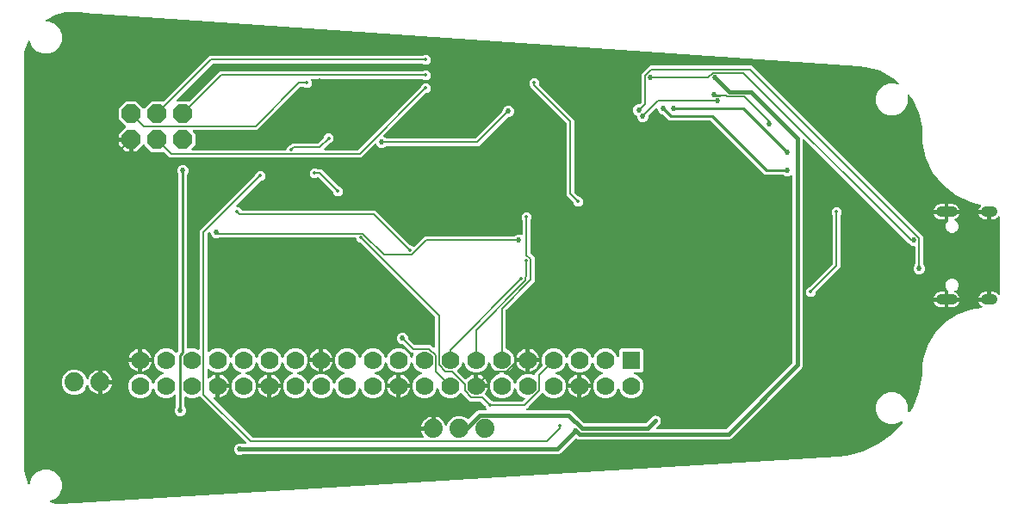
<source format=gbr>
G04 EAGLE Gerber RS-274X export*
G75*
%MOMM*%
%FSLAX34Y34*%
%LPD*%
%INBottom Copper*%
%IPPOS*%
%AMOC8*
5,1,8,0,0,1.08239X$1,22.5*%
G01*
%ADD10P,2.034460X8X202.500000*%
%ADD11C,1.879600*%
%ADD12R,1.778000X1.778000*%
%ADD13C,1.778000*%
%ADD14C,1.000000*%
%ADD15C,0.525000*%
%ADD16C,0.406400*%
%ADD17C,0.352400*%
%ADD18C,0.152400*%
%ADD19C,0.127000*%
%ADD20C,0.254000*%

G36*
X78375Y-56198D02*
X78375Y-56198D01*
X78406Y-56201D01*
X842249Y-9722D01*
X842276Y-9716D01*
X842299Y-9718D01*
X850503Y-8812D01*
X850584Y-8791D01*
X850645Y-8786D01*
X866618Y-4685D01*
X866726Y-4640D01*
X866798Y-4620D01*
X881720Y2402D01*
X881818Y2466D01*
X881885Y2499D01*
X895227Y12193D01*
X895310Y12274D01*
X895370Y12319D01*
X905578Y23190D01*
X905618Y23247D01*
X905666Y23298D01*
X905700Y23363D01*
X905742Y23422D01*
X905765Y23488D01*
X905797Y23551D01*
X905811Y23622D01*
X905835Y23691D01*
X905838Y23761D01*
X905852Y23830D01*
X905845Y23902D01*
X905849Y23975D01*
X905833Y24043D01*
X905827Y24113D01*
X905801Y24181D01*
X905785Y24252D01*
X905750Y24313D01*
X905725Y24378D01*
X905681Y24436D01*
X905646Y24500D01*
X905596Y24549D01*
X905554Y24605D01*
X905495Y24648D01*
X905444Y24700D01*
X905382Y24733D01*
X905326Y24775D01*
X905258Y24801D01*
X905194Y24836D01*
X905125Y24851D01*
X905060Y24876D01*
X904987Y24881D01*
X904916Y24897D01*
X904846Y24893D01*
X904777Y24898D01*
X904717Y24884D01*
X904633Y24879D01*
X904523Y24840D01*
X904449Y24823D01*
X898483Y22351D01*
X892217Y22351D01*
X886429Y24749D01*
X881999Y29179D01*
X879601Y34967D01*
X879601Y41233D01*
X881999Y47021D01*
X886429Y51451D01*
X892217Y53849D01*
X898483Y53849D01*
X904271Y51451D01*
X908701Y47021D01*
X911099Y41233D01*
X911099Y34798D01*
X911118Y34658D01*
X911138Y34520D01*
X911138Y34518D01*
X911139Y34516D01*
X911197Y34386D01*
X911253Y34260D01*
X911254Y34258D01*
X911255Y34257D01*
X911346Y34149D01*
X911436Y34042D01*
X911437Y34041D01*
X911438Y34040D01*
X911557Y33961D01*
X911672Y33884D01*
X911674Y33883D01*
X911675Y33882D01*
X911813Y33839D01*
X911943Y33797D01*
X911944Y33797D01*
X911946Y33796D01*
X912089Y33793D01*
X912227Y33789D01*
X912228Y33789D01*
X912230Y33789D01*
X912365Y33824D01*
X912502Y33860D01*
X912504Y33860D01*
X912505Y33861D01*
X912625Y33932D01*
X912747Y34004D01*
X912748Y34005D01*
X912750Y34006D01*
X912944Y34213D01*
X912957Y34237D01*
X912971Y34254D01*
X915613Y38417D01*
X915661Y38523D01*
X915700Y38587D01*
X921771Y53921D01*
X921798Y54034D01*
X921824Y54104D01*
X924914Y70304D01*
X924918Y70387D01*
X924931Y70446D01*
X925233Y76852D01*
X925227Y76920D01*
X925231Y76987D01*
X925214Y77061D01*
X925207Y77135D01*
X925182Y77198D01*
X925174Y77234D01*
X925317Y78883D01*
X925315Y78933D01*
X925321Y78971D01*
X925321Y80564D01*
X925324Y80568D01*
X925383Y80647D01*
X925399Y80688D01*
X925422Y80725D01*
X925441Y80799D01*
X925484Y80913D01*
X925491Y80993D01*
X925506Y81050D01*
X925952Y86181D01*
X930295Y99688D01*
X937535Y111889D01*
X947309Y122173D01*
X959126Y130025D01*
X972394Y135050D01*
X983262Y136556D01*
X983319Y136572D01*
X983378Y136579D01*
X983455Y136611D01*
X983536Y136634D01*
X983586Y136665D01*
X983640Y136688D01*
X983706Y136740D01*
X983777Y136785D01*
X983816Y136829D01*
X983862Y136866D01*
X983911Y136934D01*
X983966Y136996D01*
X983992Y137050D01*
X984026Y137098D01*
X984054Y137177D01*
X984090Y137252D01*
X984100Y137311D01*
X984119Y137366D01*
X984124Y137450D01*
X984138Y137533D01*
X984131Y137591D01*
X984134Y137650D01*
X984115Y137732D01*
X984106Y137815D01*
X984083Y137870D01*
X984070Y137927D01*
X984029Y138000D01*
X983997Y138078D01*
X983960Y138124D01*
X983932Y138176D01*
X983882Y138223D01*
X983820Y138300D01*
X983738Y138358D01*
X983687Y138406D01*
X982943Y138903D01*
X981893Y139953D01*
X981068Y141188D01*
X980499Y142560D01*
X980466Y142729D01*
X989734Y142729D01*
X989792Y142737D01*
X989850Y142735D01*
X989932Y142757D01*
X990015Y142769D01*
X990069Y142793D01*
X990125Y142807D01*
X990198Y142850D01*
X990275Y142885D01*
X990319Y142923D01*
X990370Y142953D01*
X990427Y143014D01*
X990492Y143069D01*
X990524Y143117D01*
X990564Y143160D01*
X990603Y143235D01*
X990649Y143305D01*
X990667Y143361D01*
X990694Y143413D01*
X990705Y143481D01*
X990735Y143576D01*
X990738Y143676D01*
X990749Y143744D01*
X990749Y144761D01*
X991766Y144761D01*
X991824Y144769D01*
X991882Y144768D01*
X991964Y144789D01*
X992047Y144801D01*
X992101Y144825D01*
X992157Y144839D01*
X992230Y144882D01*
X992307Y144917D01*
X992351Y144955D01*
X992402Y144985D01*
X992459Y145046D01*
X992524Y145101D01*
X992556Y145149D01*
X992596Y145192D01*
X992635Y145267D01*
X992681Y145337D01*
X992699Y145393D01*
X992726Y145445D01*
X992737Y145513D01*
X992767Y145608D01*
X992770Y145708D01*
X992781Y145776D01*
X992781Y152301D01*
X994493Y152301D01*
X995950Y152011D01*
X997322Y151442D01*
X998557Y150617D01*
X999607Y149567D01*
X999662Y149485D01*
X999748Y149389D01*
X999831Y149291D01*
X999842Y149284D01*
X999851Y149273D01*
X999961Y149205D01*
X1000067Y149134D01*
X1000080Y149130D01*
X1000092Y149122D01*
X1000215Y149087D01*
X1000338Y149048D01*
X1000352Y149048D01*
X1000365Y149044D01*
X1000494Y149044D01*
X1000622Y149041D01*
X1000636Y149044D01*
X1000650Y149044D01*
X1000774Y149080D01*
X1000897Y149112D01*
X1000909Y149120D01*
X1000923Y149123D01*
X1001032Y149192D01*
X1001142Y149258D01*
X1001151Y149268D01*
X1001163Y149275D01*
X1001248Y149371D01*
X1001336Y149465D01*
X1001343Y149477D01*
X1001352Y149488D01*
X1001407Y149603D01*
X1001466Y149718D01*
X1001468Y149731D01*
X1001474Y149744D01*
X1001521Y150025D01*
X1001519Y150038D01*
X1001521Y150049D01*
X1001521Y225871D01*
X1001503Y225998D01*
X1001489Y226126D01*
X1001483Y226139D01*
X1001481Y226152D01*
X1001429Y226270D01*
X1001379Y226388D01*
X1001371Y226399D01*
X1001365Y226412D01*
X1001282Y226510D01*
X1001202Y226610D01*
X1001190Y226618D01*
X1001182Y226629D01*
X1001074Y226700D01*
X1000969Y226774D01*
X1000956Y226779D01*
X1000945Y226786D01*
X1000822Y226825D01*
X1000701Y226867D01*
X1000687Y226868D01*
X1000674Y226872D01*
X1000545Y226875D01*
X1000417Y226882D01*
X1000403Y226879D01*
X1000390Y226879D01*
X1000265Y226847D01*
X1000140Y226818D01*
X1000128Y226811D01*
X1000115Y226808D01*
X1000004Y226742D01*
X999892Y226679D01*
X999883Y226670D01*
X999870Y226662D01*
X999676Y226455D01*
X999670Y226443D01*
X999662Y226435D01*
X999607Y226353D01*
X998557Y225303D01*
X997322Y224478D01*
X995950Y223909D01*
X994493Y223619D01*
X992781Y223619D01*
X992781Y230144D01*
X992774Y230195D01*
X992774Y230214D01*
X992773Y230218D01*
X992774Y230260D01*
X992753Y230342D01*
X992741Y230425D01*
X992717Y230479D01*
X992703Y230535D01*
X992660Y230608D01*
X992625Y230685D01*
X992587Y230729D01*
X992557Y230780D01*
X992496Y230837D01*
X992441Y230902D01*
X992393Y230934D01*
X992350Y230974D01*
X992275Y231013D01*
X992205Y231059D01*
X992149Y231077D01*
X992097Y231104D01*
X992029Y231115D01*
X991934Y231145D01*
X991834Y231148D01*
X991766Y231159D01*
X990749Y231159D01*
X990749Y232176D01*
X990742Y232226D01*
X990742Y232245D01*
X990741Y232249D01*
X990742Y232292D01*
X990721Y232374D01*
X990709Y232457D01*
X990685Y232511D01*
X990671Y232567D01*
X990628Y232640D01*
X990593Y232717D01*
X990555Y232761D01*
X990525Y232812D01*
X990464Y232869D01*
X990409Y232934D01*
X990361Y232966D01*
X990318Y233006D01*
X990243Y233045D01*
X990173Y233091D01*
X990117Y233109D01*
X990065Y233136D01*
X989997Y233147D01*
X989902Y233177D01*
X989802Y233180D01*
X989734Y233191D01*
X980466Y233191D01*
X980499Y233360D01*
X981068Y234732D01*
X981893Y235967D01*
X982509Y236583D01*
X982543Y236629D01*
X982586Y236669D01*
X982629Y236742D01*
X982679Y236810D01*
X982700Y236864D01*
X982729Y236914D01*
X982750Y236996D01*
X982781Y237076D01*
X982785Y237134D01*
X982800Y237190D01*
X982797Y237274D01*
X982804Y237359D01*
X982793Y237416D01*
X982791Y237474D01*
X982765Y237555D01*
X982748Y237638D01*
X982722Y237689D01*
X982704Y237744D01*
X982656Y237815D01*
X982617Y237890D01*
X982577Y237932D01*
X982545Y237980D01*
X982480Y238035D01*
X982422Y238096D01*
X982371Y238125D01*
X982327Y238163D01*
X982263Y238189D01*
X982176Y238240D01*
X982080Y238264D01*
X982017Y238290D01*
X972295Y240509D01*
X958010Y247389D01*
X945614Y257274D01*
X935729Y269670D01*
X928849Y283955D01*
X925321Y299412D01*
X925321Y307340D01*
X925317Y307370D01*
X925320Y307394D01*
X924937Y314528D01*
X924918Y314623D01*
X924915Y314690D01*
X921877Y328630D01*
X921829Y328761D01*
X921808Y328837D01*
X915872Y341811D01*
X915797Y341928D01*
X915761Y341998D01*
X912739Y346026D01*
X912728Y346036D01*
X912720Y346050D01*
X912628Y346137D01*
X912538Y346227D01*
X912525Y346234D01*
X912514Y346245D01*
X912401Y346303D01*
X912289Y346365D01*
X912274Y346368D01*
X912261Y346375D01*
X912137Y346399D01*
X912012Y346428D01*
X911997Y346427D01*
X911982Y346430D01*
X911856Y346419D01*
X911729Y346412D01*
X911714Y346407D01*
X911699Y346406D01*
X911580Y346360D01*
X911460Y346318D01*
X911448Y346309D01*
X911433Y346304D01*
X911332Y346227D01*
X911229Y346153D01*
X911219Y346141D01*
X911207Y346132D01*
X911131Y346030D01*
X911052Y345931D01*
X911046Y345917D01*
X911037Y345904D01*
X910992Y345785D01*
X910943Y345668D01*
X910942Y345653D01*
X910936Y345638D01*
X910926Y345512D01*
X910912Y345385D01*
X910915Y345370D01*
X910913Y345355D01*
X910929Y345288D01*
X910960Y345105D01*
X910980Y345068D01*
X910989Y345028D01*
X911099Y344763D01*
X911099Y338497D01*
X908701Y332709D01*
X904271Y328279D01*
X898483Y325881D01*
X892217Y325881D01*
X886429Y328279D01*
X881999Y332709D01*
X879601Y338497D01*
X879601Y344763D01*
X881999Y350551D01*
X886429Y354981D01*
X892217Y357379D01*
X898483Y357379D01*
X900656Y356479D01*
X900774Y356448D01*
X900892Y356413D01*
X900912Y356413D01*
X900931Y356408D01*
X901053Y356411D01*
X901176Y356410D01*
X901195Y356415D01*
X901215Y356416D01*
X901332Y356453D01*
X901450Y356486D01*
X901467Y356496D01*
X901486Y356502D01*
X901587Y356571D01*
X901692Y356635D01*
X901705Y356650D01*
X901722Y356661D01*
X901801Y356755D01*
X901883Y356845D01*
X901892Y356863D01*
X901905Y356878D01*
X901955Y356990D01*
X902009Y357100D01*
X902012Y357120D01*
X902020Y357138D01*
X902037Y357260D01*
X902059Y357380D01*
X902057Y357400D01*
X902059Y357420D01*
X902042Y357541D01*
X902029Y357663D01*
X902022Y357681D01*
X902019Y357701D01*
X901968Y357813D01*
X901922Y357926D01*
X901911Y357940D01*
X901902Y357960D01*
X901717Y358177D01*
X901712Y358180D01*
X901708Y358185D01*
X896254Y362897D01*
X896137Y362972D01*
X896075Y363021D01*
X883540Y369836D01*
X883410Y369885D01*
X883339Y369919D01*
X869641Y373909D01*
X869546Y373923D01*
X869481Y373942D01*
X862391Y374815D01*
X862361Y374815D01*
X862337Y374820D01*
X100842Y427360D01*
X100805Y427358D01*
X100769Y427363D01*
X100664Y427348D01*
X100559Y427340D01*
X100524Y427327D01*
X100487Y427322D01*
X100417Y427288D01*
X100292Y427242D01*
X100290Y427241D01*
X98778Y427498D01*
X98721Y427499D01*
X98677Y427510D01*
X97066Y427621D01*
X97063Y427622D01*
X97009Y427658D01*
X96947Y427676D01*
X96865Y427714D01*
X96756Y427731D01*
X96686Y427751D01*
X93148Y428150D01*
X93046Y428147D01*
X92977Y428155D01*
X82320Y427559D01*
X82173Y427530D01*
X82095Y427521D01*
X80343Y427016D01*
X73289Y424986D01*
X71838Y424568D01*
X71702Y424507D01*
X71628Y424481D01*
X63954Y420243D01*
X63931Y420225D01*
X63904Y420213D01*
X63818Y420140D01*
X63727Y420072D01*
X63710Y420048D01*
X63687Y420029D01*
X63624Y419935D01*
X63556Y419845D01*
X63546Y419817D01*
X63530Y419793D01*
X63495Y419685D01*
X63455Y419579D01*
X63453Y419550D01*
X63444Y419522D01*
X63441Y419408D01*
X63432Y419296D01*
X63437Y419267D01*
X63437Y419238D01*
X63465Y419128D01*
X63488Y419017D01*
X63501Y418991D01*
X63508Y418963D01*
X63566Y418865D01*
X63619Y418764D01*
X63639Y418743D01*
X63654Y418718D01*
X63736Y418641D01*
X63815Y418558D01*
X63840Y418544D01*
X63861Y418524D01*
X63962Y418472D01*
X64060Y418415D01*
X64088Y418408D01*
X64114Y418394D01*
X64191Y418381D01*
X64335Y418345D01*
X64398Y418347D01*
X64445Y418339D01*
X66633Y418339D01*
X72421Y415941D01*
X76851Y411511D01*
X79249Y405723D01*
X79249Y399457D01*
X76851Y393669D01*
X72421Y389239D01*
X66633Y386841D01*
X60367Y386841D01*
X54579Y389239D01*
X50149Y393669D01*
X47927Y399032D01*
X47912Y399058D01*
X47904Y399085D01*
X47840Y399180D01*
X47783Y399277D01*
X47762Y399297D01*
X47745Y399322D01*
X47658Y399395D01*
X47576Y399472D01*
X47550Y399486D01*
X47528Y399505D01*
X47424Y399551D01*
X47323Y399603D01*
X47295Y399608D01*
X47268Y399620D01*
X47156Y399636D01*
X47044Y399658D01*
X47015Y399655D01*
X46986Y399659D01*
X46874Y399643D01*
X46761Y399633D01*
X46734Y399623D01*
X46705Y399619D01*
X46602Y399572D01*
X46496Y399531D01*
X46473Y399514D01*
X46446Y399502D01*
X46359Y399428D01*
X46269Y399360D01*
X46252Y399336D01*
X46229Y399317D01*
X46188Y399251D01*
X46099Y399132D01*
X46084Y399093D01*
X46068Y399068D01*
X46062Y399049D01*
X46051Y399033D01*
X43611Y393145D01*
X43586Y393047D01*
X43559Y392983D01*
X42444Y388102D01*
X42432Y387953D01*
X42419Y387876D01*
X42419Y-22337D01*
X42424Y-22375D01*
X42421Y-22406D01*
X42725Y-26867D01*
X42727Y-26876D01*
X42727Y-26877D01*
X42728Y-26882D01*
X42752Y-26994D01*
X42760Y-27071D01*
X45156Y-35665D01*
X45252Y-35884D01*
X45265Y-35917D01*
X45867Y-36913D01*
X45873Y-36920D01*
X45877Y-36929D01*
X45963Y-37030D01*
X46047Y-37133D01*
X46055Y-37139D01*
X46061Y-37146D01*
X46172Y-37220D01*
X46281Y-37295D01*
X46289Y-37298D01*
X46297Y-37303D01*
X46424Y-37343D01*
X46550Y-37386D01*
X46559Y-37386D01*
X46568Y-37389D01*
X46701Y-37392D01*
X46834Y-37398D01*
X46843Y-37396D01*
X46852Y-37396D01*
X46980Y-37363D01*
X47110Y-37331D01*
X47119Y-37327D01*
X47127Y-37324D01*
X47242Y-37257D01*
X47357Y-37191D01*
X47364Y-37184D01*
X47372Y-37179D01*
X47463Y-37082D01*
X47556Y-36987D01*
X47560Y-36979D01*
X47566Y-36972D01*
X47627Y-36854D01*
X47690Y-36736D01*
X47692Y-36727D01*
X47696Y-36719D01*
X47705Y-36665D01*
X47749Y-36458D01*
X47746Y-36419D01*
X47751Y-36388D01*
X47751Y-34967D01*
X50149Y-29179D01*
X54579Y-24749D01*
X60367Y-22351D01*
X66633Y-22351D01*
X72421Y-24749D01*
X76851Y-29179D01*
X79249Y-34967D01*
X79249Y-41233D01*
X76851Y-47021D01*
X72421Y-51451D01*
X68383Y-53124D01*
X68279Y-53185D01*
X68172Y-53242D01*
X68156Y-53257D01*
X68138Y-53268D01*
X68055Y-53356D01*
X67968Y-53441D01*
X67957Y-53459D01*
X67943Y-53475D01*
X67887Y-53583D01*
X67827Y-53688D01*
X67822Y-53709D01*
X67813Y-53728D01*
X67789Y-53847D01*
X67761Y-53964D01*
X67762Y-53986D01*
X67757Y-54007D01*
X67768Y-54127D01*
X67773Y-54248D01*
X67780Y-54269D01*
X67782Y-54290D01*
X67825Y-54403D01*
X67864Y-54518D01*
X67876Y-54535D01*
X67884Y-54555D01*
X67957Y-54652D01*
X68026Y-54751D01*
X68043Y-54765D01*
X68056Y-54782D01*
X68153Y-54854D01*
X68246Y-54931D01*
X68264Y-54938D01*
X68283Y-54952D01*
X68549Y-55052D01*
X68554Y-55053D01*
X68558Y-55054D01*
X73660Y-56148D01*
X73789Y-56157D01*
X73866Y-56171D01*
X78337Y-56203D01*
X78375Y-56198D01*
G37*
%LPC*%
G36*
X252871Y-8214D02*
X252871Y-8214D01*
X250786Y-7350D01*
X249190Y-5754D01*
X248326Y-3669D01*
X248326Y-1411D01*
X249190Y674D01*
X250786Y2270D01*
X252871Y3134D01*
X255129Y3134D01*
X256374Y2618D01*
X256404Y2610D01*
X256431Y2596D01*
X256509Y2583D01*
X256649Y2547D01*
X256713Y2549D01*
X256762Y2541D01*
X259565Y2541D01*
X259594Y2545D01*
X259623Y2542D01*
X259734Y2565D01*
X259846Y2581D01*
X259873Y2593D01*
X259902Y2598D01*
X260002Y2650D01*
X260106Y2697D01*
X260128Y2716D01*
X260154Y2729D01*
X260236Y2807D01*
X260323Y2880D01*
X260339Y2905D01*
X260360Y2925D01*
X260417Y3023D01*
X260480Y3117D01*
X260489Y3145D01*
X260504Y3170D01*
X260532Y3280D01*
X260566Y3388D01*
X260567Y3418D01*
X260574Y3446D01*
X260570Y3559D01*
X260573Y3672D01*
X260566Y3701D01*
X260565Y3730D01*
X260530Y3838D01*
X260501Y3947D01*
X260487Y3973D01*
X260477Y4001D01*
X260432Y4064D01*
X260356Y4192D01*
X260311Y4235D01*
X260283Y4274D01*
X215098Y49458D01*
X215051Y49494D01*
X215011Y49536D01*
X214938Y49579D01*
X214871Y49629D01*
X214816Y49650D01*
X214765Y49680D01*
X214684Y49701D01*
X214605Y49731D01*
X214547Y49735D01*
X214490Y49750D01*
X214406Y49747D01*
X214322Y49754D01*
X214264Y49743D01*
X214206Y49741D01*
X214126Y49715D01*
X214043Y49698D01*
X213991Y49671D01*
X213935Y49653D01*
X213879Y49613D01*
X213878Y49612D01*
X209385Y47751D01*
X204635Y47751D01*
X201303Y49132D01*
X201191Y49160D01*
X201082Y49195D01*
X201054Y49196D01*
X201027Y49203D01*
X200913Y49199D01*
X200798Y49202D01*
X200771Y49195D01*
X200743Y49195D01*
X200634Y49159D01*
X200523Y49131D01*
X200499Y49116D01*
X200472Y49108D01*
X200377Y49044D01*
X200278Y48985D01*
X200259Y48965D01*
X200236Y48950D01*
X200162Y48862D01*
X200084Y48778D01*
X200071Y48753D01*
X200053Y48732D01*
X200007Y48627D01*
X199954Y48525D01*
X199950Y48500D01*
X199938Y48472D01*
X199901Y48208D01*
X199899Y48194D01*
X199899Y39686D01*
X199911Y39599D01*
X199914Y39512D01*
X199931Y39459D01*
X199939Y39404D01*
X199974Y39324D01*
X200001Y39241D01*
X200029Y39202D01*
X200055Y39145D01*
X200151Y39032D01*
X200196Y38968D01*
X200390Y38774D01*
X201254Y36689D01*
X201254Y34431D01*
X200390Y32346D01*
X198794Y30750D01*
X196709Y29886D01*
X194451Y29886D01*
X192366Y30750D01*
X190770Y32346D01*
X189906Y34431D01*
X189906Y36689D01*
X190770Y38774D01*
X190964Y38968D01*
X191016Y39038D01*
X191076Y39101D01*
X191102Y39151D01*
X191135Y39195D01*
X191166Y39277D01*
X191206Y39355D01*
X191214Y39402D01*
X191236Y39461D01*
X191248Y39609D01*
X191261Y39686D01*
X191261Y50006D01*
X191257Y50035D01*
X191260Y50065D01*
X191237Y50176D01*
X191221Y50288D01*
X191209Y50315D01*
X191204Y50343D01*
X191151Y50444D01*
X191105Y50547D01*
X191086Y50570D01*
X191073Y50596D01*
X190995Y50678D01*
X190922Y50764D01*
X190897Y50780D01*
X190877Y50802D01*
X190779Y50859D01*
X190685Y50922D01*
X190657Y50931D01*
X190632Y50945D01*
X190522Y50973D01*
X190414Y51008D01*
X190384Y51008D01*
X190356Y51016D01*
X190243Y51012D01*
X190130Y51015D01*
X190101Y51007D01*
X190072Y51007D01*
X189964Y50972D01*
X189855Y50943D01*
X189829Y50928D01*
X189801Y50919D01*
X189737Y50873D01*
X189610Y50798D01*
X189567Y50752D01*
X189528Y50724D01*
X188373Y49569D01*
X183985Y47751D01*
X179235Y47751D01*
X174847Y49569D01*
X171489Y52927D01*
X169848Y56889D01*
X169833Y56914D01*
X169824Y56942D01*
X169761Y57036D01*
X169703Y57133D01*
X169682Y57154D01*
X169666Y57178D01*
X169579Y57251D01*
X169497Y57329D01*
X169471Y57342D01*
X169448Y57361D01*
X169345Y57407D01*
X169244Y57459D01*
X169215Y57465D01*
X169188Y57476D01*
X169076Y57492D01*
X168965Y57514D01*
X168936Y57511D01*
X168907Y57515D01*
X168795Y57499D01*
X168682Y57489D01*
X168655Y57479D01*
X168626Y57475D01*
X168522Y57428D01*
X168417Y57387D01*
X168393Y57370D01*
X168366Y57358D01*
X168280Y57284D01*
X168190Y57216D01*
X168172Y57192D01*
X168150Y57173D01*
X168108Y57107D01*
X168020Y56988D01*
X168007Y56953D01*
X167990Y56929D01*
X167983Y56907D01*
X167972Y56889D01*
X166331Y52927D01*
X162973Y49569D01*
X158585Y47751D01*
X153835Y47751D01*
X149447Y49569D01*
X146089Y52927D01*
X144271Y57315D01*
X144271Y62065D01*
X146089Y66453D01*
X149447Y69811D01*
X153835Y71629D01*
X158585Y71629D01*
X162973Y69811D01*
X166331Y66453D01*
X167972Y62491D01*
X167987Y62466D01*
X167996Y62438D01*
X168059Y62344D01*
X168117Y62247D01*
X168138Y62226D01*
X168154Y62202D01*
X168241Y62129D01*
X168323Y62051D01*
X168349Y62038D01*
X168372Y62019D01*
X168475Y61973D01*
X168576Y61921D01*
X168605Y61916D01*
X168632Y61904D01*
X168744Y61888D01*
X168855Y61866D01*
X168884Y61869D01*
X168913Y61865D01*
X169025Y61881D01*
X169138Y61891D01*
X169165Y61901D01*
X169195Y61905D01*
X169298Y61952D01*
X169403Y61993D01*
X169427Y62010D01*
X169454Y62022D01*
X169540Y62096D01*
X169630Y62164D01*
X169648Y62188D01*
X169670Y62207D01*
X169712Y62273D01*
X169800Y62392D01*
X169822Y62451D01*
X169848Y62491D01*
X171489Y66453D01*
X174847Y69811D01*
X178809Y71452D01*
X178834Y71467D01*
X178862Y71476D01*
X178956Y71539D01*
X179053Y71597D01*
X179074Y71618D01*
X179098Y71634D01*
X179171Y71721D01*
X179249Y71803D01*
X179262Y71829D01*
X179281Y71852D01*
X179327Y71955D01*
X179379Y72056D01*
X179385Y72085D01*
X179396Y72112D01*
X179412Y72224D01*
X179434Y72335D01*
X179431Y72364D01*
X179435Y72393D01*
X179419Y72505D01*
X179409Y72618D01*
X179399Y72645D01*
X179395Y72675D01*
X179348Y72778D01*
X179307Y72883D01*
X179290Y72907D01*
X179278Y72934D01*
X179204Y73020D01*
X179136Y73110D01*
X179112Y73128D01*
X179093Y73150D01*
X179027Y73192D01*
X178908Y73280D01*
X178850Y73302D01*
X178809Y73328D01*
X174847Y74969D01*
X171489Y78327D01*
X169671Y82715D01*
X169671Y87465D01*
X171489Y91853D01*
X174847Y95211D01*
X179235Y97029D01*
X183985Y97029D01*
X188373Y95211D01*
X190718Y92866D01*
X190765Y92830D01*
X190805Y92788D01*
X190878Y92745D01*
X190946Y92695D01*
X191000Y92674D01*
X191051Y92644D01*
X191132Y92623D01*
X191211Y92593D01*
X191270Y92589D01*
X191326Y92574D01*
X191411Y92577D01*
X191495Y92570D01*
X191552Y92581D01*
X191610Y92583D01*
X191691Y92609D01*
X191773Y92626D01*
X191825Y92653D01*
X191881Y92671D01*
X191937Y92711D01*
X192026Y92757D01*
X192098Y92825D01*
X192154Y92866D01*
X193504Y94215D01*
X193556Y94285D01*
X193616Y94349D01*
X193642Y94398D01*
X193675Y94442D01*
X193706Y94524D01*
X193746Y94602D01*
X193754Y94650D01*
X193776Y94708D01*
X193788Y94856D01*
X193801Y94933D01*
X193801Y267654D01*
X193789Y267741D01*
X193786Y267828D01*
X193769Y267881D01*
X193761Y267936D01*
X193726Y268016D01*
X193722Y268027D01*
X193715Y268053D01*
X193712Y268059D01*
X193699Y268099D01*
X193671Y268138D01*
X193645Y268195D01*
X193597Y268252D01*
X193570Y268298D01*
X193531Y268334D01*
X193504Y268372D01*
X193310Y268566D01*
X192446Y270651D01*
X192446Y272909D01*
X193310Y274994D01*
X194906Y276590D01*
X196991Y277454D01*
X199249Y277454D01*
X201334Y276590D01*
X202930Y274994D01*
X203794Y272909D01*
X203794Y270651D01*
X202930Y268566D01*
X202736Y268372D01*
X202721Y268352D01*
X202704Y268338D01*
X202673Y268291D01*
X202624Y268239D01*
X202598Y268189D01*
X202565Y268145D01*
X202551Y268109D01*
X202546Y268101D01*
X202535Y268066D01*
X202534Y268063D01*
X202494Y267985D01*
X202486Y267938D01*
X202464Y267879D01*
X202452Y267732D01*
X202439Y267654D01*
X202439Y97638D01*
X202455Y97525D01*
X202465Y97410D01*
X202475Y97384D01*
X202479Y97357D01*
X202526Y97252D01*
X202567Y97145D01*
X202583Y97123D01*
X202595Y97097D01*
X202669Y97010D01*
X202738Y96918D01*
X202761Y96902D01*
X202778Y96880D01*
X202874Y96817D01*
X202966Y96748D01*
X202992Y96738D01*
X203015Y96723D01*
X203125Y96688D01*
X203232Y96648D01*
X203260Y96645D01*
X203286Y96637D01*
X203401Y96634D01*
X203515Y96625D01*
X203540Y96631D01*
X203570Y96630D01*
X203827Y96697D01*
X203843Y96700D01*
X204635Y97029D01*
X209385Y97029D01*
X213394Y95368D01*
X213506Y95339D01*
X213615Y95305D01*
X213643Y95304D01*
X213670Y95297D01*
X213784Y95300D01*
X213899Y95297D01*
X213926Y95304D01*
X213954Y95305D01*
X214063Y95340D01*
X214174Y95369D01*
X214198Y95383D01*
X214225Y95392D01*
X214320Y95456D01*
X214419Y95514D01*
X214438Y95535D01*
X214461Y95550D01*
X214535Y95638D01*
X214613Y95722D01*
X214626Y95746D01*
X214644Y95768D01*
X214690Y95872D01*
X214743Y95975D01*
X214747Y95999D01*
X214759Y96027D01*
X214796Y96291D01*
X214798Y96306D01*
X214798Y212567D01*
X269212Y266981D01*
X269264Y267051D01*
X269324Y267115D01*
X269350Y267164D01*
X269383Y267208D01*
X269414Y267290D01*
X269454Y267368D01*
X269462Y267415D01*
X269484Y267474D01*
X269496Y267622D01*
X269509Y267699D01*
X269509Y268693D01*
X272327Y271511D01*
X276313Y271511D01*
X279131Y268693D01*
X279131Y264707D01*
X276313Y261889D01*
X275319Y261889D01*
X275232Y261877D01*
X275145Y261874D01*
X275092Y261857D01*
X275037Y261849D01*
X274958Y261814D01*
X274874Y261787D01*
X274835Y261759D01*
X274778Y261733D01*
X274665Y261637D01*
X274601Y261592D01*
X250693Y237684D01*
X250675Y237660D01*
X250653Y237641D01*
X250590Y237547D01*
X250522Y237457D01*
X250512Y237429D01*
X250495Y237405D01*
X250461Y237297D01*
X250421Y237191D01*
X250418Y237162D01*
X250410Y237134D01*
X250407Y237020D01*
X250397Y236908D01*
X250403Y236879D01*
X250402Y236850D01*
X250431Y236740D01*
X250453Y236629D01*
X250467Y236603D01*
X250474Y236575D01*
X250532Y236477D01*
X250584Y236377D01*
X250604Y236355D01*
X250619Y236330D01*
X250702Y236253D01*
X250780Y236171D01*
X250805Y236156D01*
X250827Y236136D01*
X250928Y236084D01*
X251025Y236027D01*
X251054Y236020D01*
X251080Y236006D01*
X251157Y235993D01*
X251301Y235957D01*
X251363Y235959D01*
X251411Y235951D01*
X253453Y235951D01*
X256297Y233106D01*
X256299Y233101D01*
X256311Y233017D01*
X256334Y232964D01*
X256349Y232908D01*
X256392Y232835D01*
X256427Y232758D01*
X256465Y232713D01*
X256494Y232663D01*
X256556Y232605D01*
X256610Y232541D01*
X256659Y232509D01*
X256702Y232469D01*
X256777Y232430D01*
X256847Y232383D01*
X256903Y232366D01*
X256955Y232339D01*
X257023Y232328D01*
X257118Y232298D01*
X257218Y232295D01*
X257286Y232284D01*
X387606Y232284D01*
X421742Y198148D01*
X421811Y198096D01*
X421875Y198036D01*
X421925Y198010D01*
X421969Y197977D01*
X422050Y197946D01*
X422128Y197906D01*
X422176Y197898D01*
X422234Y197876D01*
X422382Y197864D01*
X422459Y197851D01*
X423633Y197851D01*
X424492Y196992D01*
X424538Y196957D01*
X424579Y196914D01*
X424651Y196872D01*
X424719Y196821D01*
X424773Y196800D01*
X424824Y196771D01*
X424905Y196750D01*
X424984Y196720D01*
X425043Y196715D01*
X425099Y196700D01*
X425184Y196703D01*
X425268Y196696D01*
X425325Y196708D01*
X425384Y196709D01*
X425464Y196735D01*
X425546Y196752D01*
X425598Y196779D01*
X425654Y196797D01*
X425710Y196837D01*
X425799Y196883D01*
X425871Y196952D01*
X425927Y196992D01*
X435946Y207011D01*
X523686Y207011D01*
X523773Y207023D01*
X523860Y207026D01*
X523913Y207043D01*
X523968Y207051D01*
X524048Y207086D01*
X524131Y207113D01*
X524170Y207141D01*
X524227Y207167D01*
X524341Y207263D01*
X524404Y207308D01*
X525106Y208010D01*
X527191Y208874D01*
X529449Y208874D01*
X530725Y208345D01*
X530837Y208316D01*
X530946Y208281D01*
X530974Y208281D01*
X531001Y208274D01*
X531115Y208277D01*
X531230Y208274D01*
X531257Y208281D01*
X531285Y208282D01*
X531394Y208317D01*
X531505Y208346D01*
X531529Y208360D01*
X531556Y208369D01*
X531651Y208433D01*
X531750Y208491D01*
X531769Y208512D01*
X531792Y208527D01*
X531866Y208615D01*
X531944Y208699D01*
X531957Y208723D01*
X531975Y208745D01*
X532021Y208849D01*
X532074Y208952D01*
X532078Y208976D01*
X532090Y209004D01*
X532127Y209268D01*
X532129Y209283D01*
X532129Y222647D01*
X532117Y222733D01*
X532114Y222821D01*
X532097Y222873D01*
X532089Y222928D01*
X532054Y223008D01*
X532027Y223091D01*
X531999Y223131D01*
X531973Y223188D01*
X531877Y223301D01*
X531832Y223365D01*
X531129Y224067D01*
X531129Y228053D01*
X533947Y230871D01*
X537933Y230871D01*
X540751Y228053D01*
X540751Y224067D01*
X540048Y223365D01*
X539996Y223295D01*
X539936Y223231D01*
X539910Y223182D01*
X539877Y223137D01*
X539846Y223056D01*
X539806Y222978D01*
X539798Y222930D01*
X539776Y222872D01*
X539764Y222724D01*
X539751Y222647D01*
X539751Y190604D01*
X539763Y190517D01*
X539766Y190430D01*
X539783Y190377D01*
X539791Y190322D01*
X539826Y190242D01*
X539853Y190159D01*
X539881Y190120D01*
X539907Y190063D01*
X540003Y189950D01*
X540048Y189886D01*
X543799Y186135D01*
X543799Y162614D01*
X541269Y160085D01*
X515918Y134734D01*
X515866Y134664D01*
X515806Y134600D01*
X515780Y134551D01*
X515747Y134506D01*
X515716Y134425D01*
X515676Y134347D01*
X515668Y134299D01*
X515646Y134241D01*
X515634Y134093D01*
X515621Y134016D01*
X515621Y97112D01*
X515621Y97111D01*
X515621Y97109D01*
X515641Y96969D01*
X515661Y96831D01*
X515661Y96829D01*
X515661Y96828D01*
X515719Y96700D01*
X515777Y96571D01*
X515778Y96570D01*
X515779Y96569D01*
X515872Y96459D01*
X515960Y96354D01*
X515962Y96354D01*
X515963Y96352D01*
X515976Y96344D01*
X516066Y96284D01*
X516081Y96270D01*
X516108Y96256D01*
X516197Y96197D01*
X516226Y96188D01*
X516247Y96174D01*
X518573Y95211D01*
X521931Y91853D01*
X523749Y87465D01*
X523749Y82715D01*
X521931Y78327D01*
X518573Y74969D01*
X514611Y73328D01*
X514586Y73313D01*
X514558Y73304D01*
X514464Y73241D01*
X514367Y73183D01*
X514346Y73162D01*
X514322Y73146D01*
X514249Y73059D01*
X514171Y72977D01*
X514158Y72951D01*
X514139Y72928D01*
X514093Y72825D01*
X514041Y72724D01*
X514035Y72695D01*
X514024Y72668D01*
X514008Y72556D01*
X513986Y72445D01*
X513989Y72416D01*
X513985Y72387D01*
X514001Y72275D01*
X514011Y72162D01*
X514021Y72135D01*
X514025Y72106D01*
X514072Y72002D01*
X514113Y71897D01*
X514130Y71873D01*
X514142Y71846D01*
X514216Y71760D01*
X514284Y71670D01*
X514308Y71652D01*
X514327Y71630D01*
X514393Y71588D01*
X514512Y71500D01*
X514570Y71478D01*
X514611Y71452D01*
X518573Y69811D01*
X521931Y66453D01*
X523572Y62491D01*
X523587Y62466D01*
X523596Y62438D01*
X523659Y62344D01*
X523717Y62247D01*
X523738Y62226D01*
X523754Y62202D01*
X523841Y62129D01*
X523923Y62051D01*
X523949Y62038D01*
X523972Y62019D01*
X524075Y61973D01*
X524176Y61921D01*
X524205Y61915D01*
X524232Y61904D01*
X524344Y61888D01*
X524455Y61866D01*
X524484Y61869D01*
X524513Y61865D01*
X524625Y61881D01*
X524738Y61891D01*
X524765Y61901D01*
X524795Y61905D01*
X524898Y61952D01*
X525003Y61993D01*
X525027Y62010D01*
X525054Y62022D01*
X525140Y62096D01*
X525230Y62164D01*
X525248Y62188D01*
X525270Y62207D01*
X525312Y62273D01*
X525400Y62392D01*
X525422Y62450D01*
X525448Y62491D01*
X527089Y66453D01*
X530447Y69811D01*
X534835Y71629D01*
X539585Y71629D01*
X543171Y70143D01*
X543283Y70114D01*
X543392Y70080D01*
X543420Y70079D01*
X543447Y70072D01*
X543561Y70075D01*
X543676Y70072D01*
X543703Y70079D01*
X543731Y70080D01*
X543840Y70115D01*
X543951Y70144D01*
X543975Y70158D01*
X544002Y70167D01*
X544097Y70231D01*
X544196Y70290D01*
X544215Y70310D01*
X544238Y70325D01*
X544312Y70413D01*
X544390Y70497D01*
X544403Y70522D01*
X544421Y70543D01*
X544467Y70648D01*
X544520Y70750D01*
X544524Y70775D01*
X544536Y70803D01*
X544573Y71066D01*
X544575Y71081D01*
X544575Y72444D01*
X547105Y74974D01*
X551414Y79284D01*
X551415Y79285D01*
X551417Y79286D01*
X551501Y79399D01*
X551585Y79511D01*
X551586Y79512D01*
X551587Y79513D01*
X551637Y79645D01*
X551686Y79776D01*
X551687Y79778D01*
X551687Y79779D01*
X551699Y79924D01*
X551710Y80060D01*
X551710Y80061D01*
X551710Y80063D01*
X551706Y80078D01*
X551654Y80338D01*
X551640Y80366D01*
X551634Y80390D01*
X550671Y82715D01*
X550671Y87465D01*
X552489Y91853D01*
X555847Y95211D01*
X560235Y97029D01*
X564985Y97029D01*
X569373Y95211D01*
X572731Y91853D01*
X574372Y87891D01*
X574387Y87866D01*
X574396Y87838D01*
X574459Y87744D01*
X574517Y87647D01*
X574538Y87626D01*
X574554Y87602D01*
X574641Y87529D01*
X574723Y87451D01*
X574749Y87438D01*
X574772Y87419D01*
X574875Y87373D01*
X574976Y87321D01*
X575005Y87315D01*
X575032Y87304D01*
X575144Y87288D01*
X575255Y87266D01*
X575284Y87269D01*
X575313Y87265D01*
X575425Y87281D01*
X575538Y87291D01*
X575565Y87301D01*
X575594Y87305D01*
X575698Y87352D01*
X575803Y87393D01*
X575827Y87410D01*
X575854Y87422D01*
X575940Y87496D01*
X576030Y87564D01*
X576048Y87588D01*
X576070Y87607D01*
X576112Y87673D01*
X576200Y87792D01*
X576222Y87850D01*
X576248Y87891D01*
X577889Y91853D01*
X581247Y95211D01*
X585635Y97029D01*
X590385Y97029D01*
X594773Y95211D01*
X598131Y91853D01*
X599772Y87891D01*
X599787Y87866D01*
X599796Y87838D01*
X599859Y87744D01*
X599917Y87647D01*
X599938Y87626D01*
X599954Y87602D01*
X600041Y87529D01*
X600123Y87451D01*
X600149Y87438D01*
X600172Y87419D01*
X600275Y87373D01*
X600376Y87321D01*
X600405Y87316D01*
X600432Y87304D01*
X600544Y87288D01*
X600655Y87266D01*
X600684Y87269D01*
X600713Y87265D01*
X600825Y87281D01*
X600938Y87291D01*
X600965Y87301D01*
X600995Y87305D01*
X601098Y87352D01*
X601203Y87393D01*
X601227Y87410D01*
X601254Y87422D01*
X601340Y87496D01*
X601430Y87564D01*
X601448Y87588D01*
X601470Y87607D01*
X601512Y87673D01*
X601600Y87792D01*
X601622Y87851D01*
X601648Y87891D01*
X603289Y91853D01*
X606647Y95211D01*
X611035Y97029D01*
X615785Y97029D01*
X620173Y95211D01*
X623531Y91853D01*
X624918Y88505D01*
X624962Y88431D01*
X624997Y88352D01*
X625034Y88309D01*
X625063Y88260D01*
X625125Y88201D01*
X625181Y88135D01*
X625228Y88104D01*
X625269Y88065D01*
X625346Y88025D01*
X625417Y87978D01*
X625471Y87960D01*
X625522Y87934D01*
X625606Y87918D01*
X625688Y87892D01*
X625745Y87890D01*
X625801Y87879D01*
X625886Y87887D01*
X625972Y87884D01*
X626027Y87899D01*
X626084Y87904D01*
X626164Y87935D01*
X626247Y87956D01*
X626296Y87985D01*
X626349Y88006D01*
X626418Y88058D01*
X626492Y88102D01*
X626531Y88143D01*
X626576Y88177D01*
X626627Y88246D01*
X626686Y88309D01*
X626712Y88360D01*
X626746Y88405D01*
X626777Y88486D01*
X626816Y88562D01*
X626824Y88611D01*
X626847Y88671D01*
X626858Y88816D01*
X626871Y88893D01*
X626871Y95243D01*
X628657Y97029D01*
X648963Y97029D01*
X650749Y95243D01*
X650749Y74937D01*
X648963Y73151D01*
X642613Y73151D01*
X642528Y73139D01*
X642442Y73137D01*
X642388Y73119D01*
X642332Y73111D01*
X642253Y73076D01*
X642171Y73050D01*
X642124Y73018D01*
X642072Y72995D01*
X642007Y72940D01*
X641935Y72892D01*
X641899Y72848D01*
X641855Y72812D01*
X641808Y72740D01*
X641752Y72674D01*
X641729Y72622D01*
X641698Y72575D01*
X641672Y72493D01*
X641637Y72414D01*
X641629Y72358D01*
X641612Y72304D01*
X641610Y72218D01*
X641598Y72133D01*
X641606Y72077D01*
X641604Y72020D01*
X641626Y71937D01*
X641638Y71852D01*
X641662Y71800D01*
X641676Y71745D01*
X641720Y71671D01*
X641756Y71592D01*
X641792Y71549D01*
X641822Y71500D01*
X641884Y71441D01*
X641940Y71376D01*
X641982Y71350D01*
X642029Y71306D01*
X642158Y71240D01*
X642225Y71198D01*
X645573Y69811D01*
X648931Y66453D01*
X650749Y62065D01*
X650749Y57315D01*
X648931Y52927D01*
X645573Y49569D01*
X641185Y47751D01*
X636435Y47751D01*
X632047Y49569D01*
X628689Y52927D01*
X627048Y56889D01*
X627033Y56914D01*
X627024Y56942D01*
X626961Y57036D01*
X626903Y57133D01*
X626882Y57154D01*
X626866Y57178D01*
X626779Y57251D01*
X626697Y57329D01*
X626671Y57342D01*
X626648Y57361D01*
X626545Y57407D01*
X626444Y57459D01*
X626415Y57465D01*
X626388Y57476D01*
X626276Y57492D01*
X626165Y57514D01*
X626136Y57511D01*
X626107Y57515D01*
X625995Y57499D01*
X625882Y57489D01*
X625855Y57479D01*
X625826Y57475D01*
X625722Y57428D01*
X625617Y57387D01*
X625593Y57370D01*
X625566Y57358D01*
X625480Y57284D01*
X625390Y57216D01*
X625372Y57192D01*
X625350Y57173D01*
X625308Y57107D01*
X625220Y56988D01*
X625207Y56953D01*
X625190Y56929D01*
X625183Y56907D01*
X625172Y56889D01*
X623531Y52927D01*
X620173Y49569D01*
X615785Y47751D01*
X611035Y47751D01*
X606647Y49569D01*
X603289Y52927D01*
X601471Y57315D01*
X601471Y62065D01*
X603289Y66453D01*
X606647Y69811D01*
X610609Y71452D01*
X610634Y71467D01*
X610662Y71476D01*
X610756Y71539D01*
X610853Y71597D01*
X610874Y71618D01*
X610898Y71634D01*
X610971Y71721D01*
X611049Y71803D01*
X611062Y71829D01*
X611081Y71852D01*
X611127Y71955D01*
X611179Y72056D01*
X611184Y72085D01*
X611196Y72112D01*
X611212Y72224D01*
X611234Y72335D01*
X611231Y72364D01*
X611235Y72393D01*
X611219Y72505D01*
X611209Y72618D01*
X611199Y72645D01*
X611195Y72675D01*
X611148Y72778D01*
X611107Y72883D01*
X611090Y72907D01*
X611078Y72934D01*
X611004Y73020D01*
X610936Y73110D01*
X610912Y73128D01*
X610893Y73150D01*
X610827Y73192D01*
X610708Y73280D01*
X610649Y73302D01*
X610609Y73328D01*
X606647Y74969D01*
X603289Y78327D01*
X601648Y82289D01*
X601633Y82314D01*
X601624Y82342D01*
X601561Y82436D01*
X601503Y82533D01*
X601482Y82554D01*
X601466Y82578D01*
X601379Y82651D01*
X601297Y82729D01*
X601271Y82742D01*
X601248Y82761D01*
X601145Y82807D01*
X601044Y82859D01*
X601015Y82865D01*
X600988Y82876D01*
X600876Y82892D01*
X600765Y82914D01*
X600736Y82911D01*
X600707Y82915D01*
X600595Y82899D01*
X600482Y82889D01*
X600455Y82879D01*
X600426Y82875D01*
X600322Y82828D01*
X600217Y82787D01*
X600193Y82770D01*
X600166Y82758D01*
X600080Y82684D01*
X599990Y82616D01*
X599972Y82592D01*
X599950Y82573D01*
X599908Y82507D01*
X599820Y82388D01*
X599800Y82337D01*
X599783Y82310D01*
X599780Y82301D01*
X599772Y82289D01*
X598131Y78327D01*
X594773Y74969D01*
X590385Y73151D01*
X585635Y73151D01*
X581247Y74969D01*
X577889Y78327D01*
X576248Y82289D01*
X576233Y82314D01*
X576224Y82342D01*
X576161Y82436D01*
X576103Y82533D01*
X576082Y82554D01*
X576066Y82578D01*
X575979Y82651D01*
X575897Y82729D01*
X575871Y82742D01*
X575848Y82761D01*
X575745Y82807D01*
X575644Y82859D01*
X575615Y82865D01*
X575588Y82876D01*
X575476Y82892D01*
X575365Y82914D01*
X575336Y82911D01*
X575307Y82915D01*
X575195Y82899D01*
X575082Y82889D01*
X575055Y82879D01*
X575025Y82875D01*
X574922Y82828D01*
X574817Y82787D01*
X574793Y82770D01*
X574766Y82758D01*
X574680Y82684D01*
X574590Y82616D01*
X574572Y82592D01*
X574550Y82573D01*
X574508Y82507D01*
X574420Y82388D01*
X574400Y82337D01*
X574383Y82310D01*
X574379Y82301D01*
X574372Y82289D01*
X572731Y78327D01*
X569373Y74969D01*
X565411Y73328D01*
X565386Y73313D01*
X565358Y73304D01*
X565264Y73241D01*
X565167Y73183D01*
X565146Y73162D01*
X565122Y73146D01*
X565049Y73059D01*
X564971Y72977D01*
X564958Y72951D01*
X564939Y72928D01*
X564893Y72825D01*
X564841Y72724D01*
X564835Y72695D01*
X564824Y72668D01*
X564808Y72556D01*
X564786Y72445D01*
X564789Y72416D01*
X564785Y72387D01*
X564801Y72275D01*
X564811Y72162D01*
X564821Y72135D01*
X564825Y72106D01*
X564872Y72002D01*
X564913Y71897D01*
X564930Y71873D01*
X564942Y71846D01*
X565016Y71760D01*
X565084Y71670D01*
X565108Y71652D01*
X565127Y71630D01*
X565193Y71588D01*
X565312Y71500D01*
X565370Y71478D01*
X565411Y71452D01*
X569373Y69811D01*
X572731Y66453D01*
X574549Y62065D01*
X574549Y57315D01*
X572731Y52927D01*
X569373Y49569D01*
X564985Y47751D01*
X560235Y47751D01*
X555847Y49569D01*
X552783Y52633D01*
X552737Y52668D01*
X552696Y52710D01*
X552623Y52753D01*
X552556Y52804D01*
X552501Y52825D01*
X552451Y52854D01*
X552369Y52875D01*
X552290Y52905D01*
X552232Y52910D01*
X552175Y52924D01*
X552091Y52922D01*
X552007Y52929D01*
X551950Y52917D01*
X551891Y52915D01*
X551811Y52889D01*
X551728Y52873D01*
X551676Y52846D01*
X551621Y52828D01*
X551565Y52788D01*
X551476Y52742D01*
X551404Y52673D01*
X551347Y52633D01*
X538074Y39359D01*
X538073Y39359D01*
X536262Y37548D01*
X536245Y37524D01*
X536222Y37505D01*
X536160Y37411D01*
X536091Y37321D01*
X536081Y37293D01*
X536065Y37269D01*
X536031Y37161D01*
X535990Y37055D01*
X535988Y37026D01*
X535979Y36998D01*
X535976Y36884D01*
X535967Y36772D01*
X535972Y36743D01*
X535972Y36714D01*
X536000Y36604D01*
X536023Y36493D01*
X536036Y36467D01*
X536043Y36439D01*
X536101Y36341D01*
X536154Y36241D01*
X536174Y36219D01*
X536189Y36194D01*
X536271Y36117D01*
X536349Y36035D01*
X536375Y36020D01*
X536396Y36000D01*
X536497Y35948D01*
X536595Y35891D01*
X536623Y35884D01*
X536649Y35870D01*
X536727Y35857D01*
X536870Y35821D01*
X536933Y35823D01*
X536980Y35815D01*
X578458Y35815D01*
X580325Y35041D01*
X592208Y23158D01*
X592278Y23106D01*
X592342Y23046D01*
X592392Y23020D01*
X592436Y22987D01*
X592517Y22956D01*
X592595Y22916D01*
X592643Y22908D01*
X592701Y22886D01*
X592849Y22874D01*
X592926Y22861D01*
X652795Y22861D01*
X652882Y22873D01*
X652969Y22876D01*
X653022Y22893D01*
X653076Y22901D01*
X653156Y22936D01*
X653240Y22963D01*
X653279Y22991D01*
X653336Y23017D01*
X653449Y23113D01*
X653513Y23158D01*
X660062Y29707D01*
X660527Y29900D01*
X660554Y29916D01*
X660583Y29925D01*
X660647Y29971D01*
X660772Y30044D01*
X660816Y30091D01*
X660857Y30120D01*
X660947Y30211D01*
X661076Y30211D01*
X661106Y30215D01*
X661137Y30213D01*
X661213Y30230D01*
X661357Y30251D01*
X661416Y30277D01*
X661464Y30288D01*
X661929Y30481D01*
X663951Y30481D01*
X664416Y30288D01*
X664446Y30280D01*
X664473Y30266D01*
X664551Y30253D01*
X664691Y30217D01*
X664756Y30219D01*
X664804Y30211D01*
X664933Y30211D01*
X665023Y30120D01*
X665048Y30101D01*
X665068Y30078D01*
X665134Y30036D01*
X665250Y29949D01*
X665311Y29926D01*
X665353Y29900D01*
X665818Y29707D01*
X667247Y28278D01*
X667440Y27813D01*
X667456Y27786D01*
X667465Y27757D01*
X667511Y27693D01*
X667584Y27568D01*
X667631Y27524D01*
X667660Y27483D01*
X667751Y27393D01*
X667751Y27264D01*
X667755Y27234D01*
X667753Y27203D01*
X667770Y27127D01*
X667791Y26983D01*
X667817Y26924D01*
X667828Y26876D01*
X668021Y26411D01*
X668021Y24389D01*
X667828Y23924D01*
X667820Y23894D01*
X667806Y23867D01*
X667793Y23789D01*
X667757Y23649D01*
X667759Y23584D01*
X667751Y23536D01*
X667751Y23407D01*
X667660Y23317D01*
X667641Y23292D01*
X667618Y23272D01*
X667576Y23206D01*
X667489Y23090D01*
X667466Y23029D01*
X667440Y22987D01*
X667247Y22522D01*
X663731Y19006D01*
X663713Y18982D01*
X663691Y18963D01*
X663628Y18869D01*
X663560Y18779D01*
X663550Y18751D01*
X663533Y18727D01*
X663499Y18619D01*
X663459Y18513D01*
X663457Y18484D01*
X663448Y18456D01*
X663445Y18342D01*
X663435Y18230D01*
X663441Y18201D01*
X663440Y18172D01*
X663469Y18062D01*
X663491Y17951D01*
X663505Y17925D01*
X663512Y17897D01*
X663570Y17799D01*
X663622Y17699D01*
X663642Y17677D01*
X663657Y17652D01*
X663740Y17575D01*
X663818Y17493D01*
X663843Y17478D01*
X663865Y17458D01*
X663966Y17406D01*
X664063Y17349D01*
X664092Y17342D01*
X664118Y17328D01*
X664195Y17315D01*
X664339Y17279D01*
X664401Y17281D01*
X664449Y17273D01*
X731926Y17273D01*
X732013Y17285D01*
X732100Y17288D01*
X732153Y17305D01*
X732207Y17313D01*
X732287Y17348D01*
X732370Y17375D01*
X732410Y17403D01*
X732467Y17429D01*
X732580Y17525D01*
X732644Y17570D01*
X797262Y82188D01*
X797273Y82203D01*
X797282Y82211D01*
X797308Y82249D01*
X797314Y82258D01*
X797374Y82322D01*
X797400Y82371D01*
X797433Y82415D01*
X797464Y82497D01*
X797504Y82575D01*
X797512Y82623D01*
X797534Y82681D01*
X797546Y82829D01*
X797559Y82906D01*
X797559Y266384D01*
X797555Y266413D01*
X797558Y266443D01*
X797535Y266554D01*
X797519Y266666D01*
X797507Y266693D01*
X797502Y266721D01*
X797450Y266822D01*
X797403Y266925D01*
X797384Y266948D01*
X797371Y266974D01*
X797293Y267056D01*
X797220Y267142D01*
X797195Y267159D01*
X797175Y267180D01*
X797077Y267237D01*
X796983Y267300D01*
X796955Y267309D01*
X796930Y267324D01*
X796820Y267351D01*
X796712Y267386D01*
X796683Y267386D01*
X796654Y267394D01*
X796541Y267390D01*
X796428Y267393D01*
X796399Y267386D01*
X796370Y267385D01*
X796262Y267350D01*
X796153Y267321D01*
X796127Y267306D01*
X796099Y267297D01*
X796036Y267252D01*
X795908Y267176D01*
X795865Y267130D01*
X795826Y267102D01*
X795694Y266970D01*
X793609Y266106D01*
X791351Y266106D01*
X789266Y266970D01*
X789072Y267164D01*
X789002Y267216D01*
X788939Y267276D01*
X788889Y267302D01*
X788845Y267335D01*
X788763Y267366D01*
X788685Y267406D01*
X788638Y267414D01*
X788579Y267436D01*
X788432Y267448D01*
X788354Y267461D01*
X770371Y267461D01*
X717328Y320504D01*
X717259Y320556D01*
X717195Y320616D01*
X717145Y320642D01*
X717101Y320675D01*
X717020Y320706D01*
X716942Y320746D01*
X716894Y320754D01*
X716836Y320776D01*
X716688Y320788D01*
X716611Y320801D01*
X676391Y320801D01*
X670423Y326769D01*
X670354Y326821D01*
X670290Y326881D01*
X670240Y326907D01*
X670196Y326940D01*
X670115Y326971D01*
X670037Y327011D01*
X669989Y327019D01*
X669931Y327041D01*
X669783Y327053D01*
X669706Y327066D01*
X669431Y327066D01*
X667346Y327930D01*
X665750Y329526D01*
X664886Y331611D01*
X664886Y331926D01*
X664882Y331955D01*
X664885Y331984D01*
X664862Y332095D01*
X664846Y332208D01*
X664834Y332234D01*
X664829Y332263D01*
X664777Y332364D01*
X664730Y332467D01*
X664711Y332489D01*
X664698Y332515D01*
X664620Y332597D01*
X664547Y332684D01*
X664522Y332700D01*
X664502Y332722D01*
X664404Y332779D01*
X664310Y332842D01*
X664282Y332850D01*
X664257Y332865D01*
X664147Y332893D01*
X664039Y332927D01*
X664009Y332928D01*
X663981Y332935D01*
X663868Y332932D01*
X663755Y332935D01*
X663726Y332927D01*
X663697Y332926D01*
X663589Y332891D01*
X663480Y332863D01*
X663454Y332848D01*
X663426Y332839D01*
X663363Y332793D01*
X663235Y332718D01*
X663192Y332672D01*
X663153Y332644D01*
X656211Y325702D01*
X656159Y325632D01*
X656099Y325568D01*
X656073Y325519D01*
X656040Y325475D01*
X656009Y325393D01*
X655969Y325315D01*
X655961Y325268D01*
X655939Y325209D01*
X655927Y325061D01*
X655914Y324984D01*
X655914Y323991D01*
X655050Y321906D01*
X653454Y320310D01*
X651369Y319446D01*
X649111Y319446D01*
X647026Y320310D01*
X645430Y321906D01*
X644566Y323991D01*
X644566Y325253D01*
X644566Y325254D01*
X644566Y325256D01*
X644546Y325396D01*
X644526Y325534D01*
X644526Y325535D01*
X644526Y325537D01*
X644469Y325663D01*
X644410Y325793D01*
X644409Y325795D01*
X644408Y325796D01*
X644320Y325900D01*
X644227Y326010D01*
X644225Y326011D01*
X644224Y326013D01*
X644211Y326021D01*
X643990Y326168D01*
X643961Y326177D01*
X643940Y326190D01*
X643506Y326370D01*
X641910Y327966D01*
X641046Y330051D01*
X641046Y332309D01*
X641910Y334394D01*
X643506Y335990D01*
X645591Y336854D01*
X646584Y336854D01*
X646671Y336866D01*
X646758Y336869D01*
X646811Y336886D01*
X646866Y336894D01*
X646945Y336929D01*
X647029Y336956D01*
X647068Y336984D01*
X647125Y337010D01*
X647238Y337106D01*
X647302Y337151D01*
X648841Y338690D01*
X648893Y338760D01*
X648953Y338824D01*
X648979Y338873D01*
X649012Y338917D01*
X649043Y338999D01*
X649083Y339077D01*
X649091Y339124D01*
X649113Y339183D01*
X649125Y339331D01*
X649138Y339408D01*
X649138Y366833D01*
X657295Y374990D01*
X757485Y374990D01*
X925662Y206813D01*
X925662Y180063D01*
X925674Y179976D01*
X925677Y179889D01*
X925694Y179836D01*
X925702Y179781D01*
X925737Y179701D01*
X925764Y179618D01*
X925792Y179579D01*
X925818Y179522D01*
X925914Y179408D01*
X925959Y179345D01*
X926830Y178474D01*
X927694Y176389D01*
X927694Y174131D01*
X926830Y172046D01*
X925234Y170450D01*
X923149Y169586D01*
X920891Y169586D01*
X918806Y170450D01*
X917210Y172046D01*
X916346Y174131D01*
X916346Y176389D01*
X917210Y178474D01*
X917743Y179007D01*
X917795Y179077D01*
X917855Y179140D01*
X917881Y179190D01*
X917914Y179234D01*
X917945Y179316D01*
X917985Y179394D01*
X917993Y179441D01*
X918015Y179500D01*
X918027Y179647D01*
X918040Y179725D01*
X918040Y196511D01*
X918032Y196569D01*
X918034Y196627D01*
X918012Y196709D01*
X918000Y196793D01*
X917977Y196846D01*
X917962Y196902D01*
X917919Y196975D01*
X917884Y197052D01*
X917846Y197097D01*
X917817Y197147D01*
X917755Y197205D01*
X917701Y197269D01*
X917652Y197301D01*
X917609Y197341D01*
X917534Y197380D01*
X917464Y197427D01*
X917408Y197444D01*
X917356Y197471D01*
X917288Y197482D01*
X917193Y197512D01*
X917093Y197515D01*
X917025Y197526D01*
X915811Y197526D01*
X913726Y198390D01*
X912123Y199993D01*
X912115Y200017D01*
X912070Y200081D01*
X911996Y200206D01*
X911949Y200250D01*
X911920Y200291D01*
X910292Y201919D01*
X809454Y302757D01*
X809430Y302775D01*
X809411Y302797D01*
X809317Y302860D01*
X809227Y302928D01*
X809199Y302938D01*
X809175Y302955D01*
X809067Y302989D01*
X808961Y303029D01*
X808932Y303032D01*
X808904Y303040D01*
X808790Y303043D01*
X808678Y303053D01*
X808649Y303047D01*
X808620Y303048D01*
X808510Y303019D01*
X808399Y302997D01*
X808373Y302983D01*
X808345Y302976D01*
X808247Y302918D01*
X808147Y302866D01*
X808125Y302846D01*
X808100Y302831D01*
X808023Y302748D01*
X807941Y302670D01*
X807926Y302645D01*
X807906Y302623D01*
X807854Y302522D01*
X807797Y302425D01*
X807790Y302396D01*
X807776Y302370D01*
X807763Y302293D01*
X807727Y302149D01*
X807729Y302087D01*
X807721Y302039D01*
X807721Y79370D01*
X806947Y77503D01*
X737329Y7885D01*
X735462Y7111D01*
X587056Y7111D01*
X585009Y7959D01*
X584995Y7967D01*
X584913Y7988D01*
X584834Y8018D01*
X584776Y8023D01*
X584719Y8037D01*
X584635Y8035D01*
X584551Y8042D01*
X584494Y8030D01*
X584435Y8028D01*
X584355Y8002D01*
X584272Y7986D01*
X584220Y7959D01*
X584165Y7941D01*
X584108Y7901D01*
X584020Y7855D01*
X583954Y7793D01*
X583935Y7780D01*
X583930Y7774D01*
X583891Y7746D01*
X569298Y-6847D01*
X567431Y-7621D01*
X256762Y-7621D01*
X256732Y-7625D01*
X256701Y-7623D01*
X256624Y-7640D01*
X256481Y-7661D01*
X256422Y-7687D01*
X256374Y-7698D01*
X255129Y-8214D01*
X252871Y-8214D01*
G37*
%LPD*%
G36*
X346825Y61881D02*
X346825Y61881D01*
X346938Y61891D01*
X346965Y61901D01*
X346994Y61905D01*
X347098Y61952D01*
X347203Y61993D01*
X347227Y62010D01*
X347254Y62022D01*
X347340Y62096D01*
X347430Y62164D01*
X347448Y62188D01*
X347470Y62207D01*
X347512Y62273D01*
X347600Y62392D01*
X347622Y62450D01*
X347648Y62491D01*
X349289Y66453D01*
X352647Y69811D01*
X356609Y71452D01*
X356634Y71467D01*
X356662Y71476D01*
X356756Y71539D01*
X356853Y71597D01*
X356874Y71618D01*
X356898Y71634D01*
X356971Y71721D01*
X357049Y71803D01*
X357062Y71829D01*
X357081Y71852D01*
X357127Y71955D01*
X357179Y72056D01*
X357184Y72085D01*
X357196Y72112D01*
X357212Y72224D01*
X357234Y72335D01*
X357231Y72364D01*
X357235Y72393D01*
X357219Y72505D01*
X357209Y72618D01*
X357199Y72645D01*
X357195Y72675D01*
X357148Y72778D01*
X357107Y72883D01*
X357090Y72907D01*
X357078Y72934D01*
X357004Y73020D01*
X356936Y73110D01*
X356912Y73128D01*
X356893Y73150D01*
X356827Y73192D01*
X356708Y73280D01*
X356649Y73302D01*
X356609Y73328D01*
X352647Y74969D01*
X349289Y78327D01*
X347471Y82715D01*
X347471Y87465D01*
X349289Y91853D01*
X352647Y95211D01*
X357035Y97029D01*
X361785Y97029D01*
X366173Y95211D01*
X369531Y91853D01*
X371172Y87891D01*
X371187Y87866D01*
X371196Y87838D01*
X371259Y87744D01*
X371317Y87647D01*
X371338Y87626D01*
X371354Y87602D01*
X371441Y87529D01*
X371523Y87451D01*
X371549Y87438D01*
X371572Y87419D01*
X371675Y87373D01*
X371776Y87321D01*
X371805Y87316D01*
X371832Y87304D01*
X371944Y87288D01*
X372055Y87266D01*
X372084Y87269D01*
X372113Y87265D01*
X372225Y87281D01*
X372338Y87291D01*
X372365Y87301D01*
X372395Y87305D01*
X372498Y87352D01*
X372603Y87393D01*
X372627Y87410D01*
X372654Y87422D01*
X372740Y87496D01*
X372830Y87564D01*
X372848Y87588D01*
X372870Y87607D01*
X372912Y87673D01*
X373000Y87792D01*
X373022Y87851D01*
X373048Y87891D01*
X374689Y91853D01*
X378047Y95211D01*
X382435Y97029D01*
X387185Y97029D01*
X391573Y95211D01*
X394931Y91853D01*
X396572Y87891D01*
X396587Y87866D01*
X396596Y87838D01*
X396659Y87744D01*
X396717Y87647D01*
X396738Y87626D01*
X396754Y87602D01*
X396841Y87529D01*
X396923Y87451D01*
X396949Y87438D01*
X396972Y87419D01*
X397075Y87373D01*
X397176Y87321D01*
X397205Y87316D01*
X397232Y87304D01*
X397344Y87288D01*
X397455Y87266D01*
X397484Y87269D01*
X397513Y87265D01*
X397625Y87281D01*
X397738Y87291D01*
X397765Y87301D01*
X397795Y87305D01*
X397898Y87352D01*
X398003Y87393D01*
X398027Y87410D01*
X398054Y87422D01*
X398140Y87496D01*
X398230Y87564D01*
X398248Y87588D01*
X398270Y87607D01*
X398312Y87673D01*
X398400Y87792D01*
X398422Y87851D01*
X398448Y87891D01*
X400089Y91853D01*
X403447Y95211D01*
X407835Y97029D01*
X412585Y97029D01*
X416973Y95211D01*
X420331Y91853D01*
X421972Y87891D01*
X421987Y87866D01*
X421996Y87838D01*
X422059Y87744D01*
X422117Y87647D01*
X422138Y87626D01*
X422154Y87602D01*
X422241Y87529D01*
X422323Y87451D01*
X422349Y87438D01*
X422372Y87419D01*
X422475Y87373D01*
X422576Y87321D01*
X422605Y87315D01*
X422632Y87304D01*
X422744Y87288D01*
X422855Y87266D01*
X422884Y87269D01*
X422913Y87265D01*
X423025Y87281D01*
X423138Y87291D01*
X423165Y87301D01*
X423195Y87305D01*
X423298Y87352D01*
X423403Y87393D01*
X423427Y87410D01*
X423454Y87422D01*
X423540Y87496D01*
X423630Y87564D01*
X423648Y87588D01*
X423670Y87607D01*
X423712Y87673D01*
X423800Y87792D01*
X423822Y87850D01*
X423848Y87891D01*
X425157Y91051D01*
X425186Y91163D01*
X425220Y91272D01*
X425221Y91300D01*
X425228Y91327D01*
X425225Y91441D01*
X425228Y91556D01*
X425221Y91583D01*
X425220Y91611D01*
X425185Y91720D01*
X425156Y91831D01*
X425142Y91855D01*
X425133Y91882D01*
X425069Y91977D01*
X425010Y92076D01*
X424990Y92095D01*
X424975Y92118D01*
X424887Y92192D01*
X424803Y92270D01*
X424778Y92283D01*
X424757Y92301D01*
X424652Y92348D01*
X424550Y92400D01*
X424525Y92404D01*
X424497Y92416D01*
X424234Y92453D01*
X424219Y92455D01*
X422856Y92455D01*
X414602Y100709D01*
X414532Y100761D01*
X414468Y100821D01*
X414419Y100847D01*
X414375Y100880D01*
X414293Y100911D01*
X414215Y100951D01*
X414168Y100959D01*
X414109Y100981D01*
X413961Y100993D01*
X413884Y101006D01*
X412891Y101006D01*
X410806Y101870D01*
X409210Y103466D01*
X408346Y105551D01*
X408346Y107809D01*
X409210Y109894D01*
X410806Y111490D01*
X412891Y112354D01*
X415149Y112354D01*
X417234Y111490D01*
X418830Y109894D01*
X419694Y107809D01*
X419694Y106816D01*
X419706Y106729D01*
X419709Y106642D01*
X419726Y106589D01*
X419734Y106534D01*
X419769Y106455D01*
X419796Y106371D01*
X419824Y106332D01*
X419850Y106275D01*
X419946Y106162D01*
X419991Y106098D01*
X425715Y100374D01*
X425785Y100322D01*
X425849Y100262D01*
X425898Y100236D01*
X425942Y100203D01*
X426024Y100172D01*
X426102Y100132D01*
X426149Y100124D01*
X426208Y100102D01*
X426356Y100090D01*
X426433Y100077D01*
X441818Y100077D01*
X444290Y97604D01*
X444314Y97587D01*
X444333Y97564D01*
X444427Y97502D01*
X444517Y97433D01*
X444545Y97423D01*
X444569Y97407D01*
X444677Y97373D01*
X444783Y97332D01*
X444812Y97330D01*
X444840Y97321D01*
X444954Y97318D01*
X445066Y97309D01*
X445095Y97314D01*
X445124Y97314D01*
X445234Y97342D01*
X445345Y97365D01*
X445371Y97378D01*
X445399Y97385D01*
X445497Y97443D01*
X445597Y97496D01*
X445619Y97516D01*
X445644Y97531D01*
X445721Y97613D01*
X445803Y97691D01*
X445818Y97717D01*
X445838Y97738D01*
X445890Y97839D01*
X445947Y97937D01*
X445954Y97965D01*
X445968Y97991D01*
X445981Y98069D01*
X446017Y98212D01*
X446015Y98275D01*
X446023Y98322D01*
X446023Y127287D01*
X446011Y127374D01*
X446008Y127461D01*
X445991Y127514D01*
X445983Y127569D01*
X445948Y127648D01*
X445921Y127732D01*
X445893Y127771D01*
X445867Y127828D01*
X445771Y127941D01*
X445726Y128005D01*
X373099Y200632D01*
X373029Y200684D01*
X372965Y200744D01*
X372916Y200770D01*
X372872Y200803D01*
X372790Y200834D01*
X372712Y200874D01*
X372665Y200882D01*
X372606Y200904D01*
X372458Y200916D01*
X372381Y200929D01*
X371387Y200929D01*
X368569Y203747D01*
X368569Y204962D01*
X368561Y205020D01*
X368563Y205078D01*
X368541Y205160D01*
X368529Y205244D01*
X368506Y205297D01*
X368491Y205353D01*
X368448Y205426D01*
X368413Y205503D01*
X368375Y205548D01*
X368346Y205598D01*
X368284Y205656D01*
X368230Y205720D01*
X368181Y205752D01*
X368138Y205792D01*
X368063Y205831D01*
X367993Y205878D01*
X367937Y205895D01*
X367885Y205922D01*
X367817Y205933D01*
X367722Y205963D01*
X367622Y205966D01*
X367554Y205977D01*
X234477Y205977D01*
X234446Y205973D01*
X234415Y205975D01*
X234339Y205958D01*
X234195Y205937D01*
X234136Y205911D01*
X234088Y205900D01*
X232269Y205146D01*
X230011Y205146D01*
X227926Y206010D01*
X226330Y207606D01*
X225466Y209691D01*
X225466Y210006D01*
X225462Y210035D01*
X225465Y210064D01*
X225442Y210175D01*
X225426Y210288D01*
X225414Y210314D01*
X225409Y210343D01*
X225356Y210444D01*
X225310Y210547D01*
X225291Y210569D01*
X225278Y210595D01*
X225200Y210678D01*
X225127Y210764D01*
X225102Y210780D01*
X225082Y210802D01*
X224984Y210859D01*
X224890Y210922D01*
X224862Y210930D01*
X224837Y210945D01*
X224727Y210973D01*
X224619Y211007D01*
X224589Y211008D01*
X224561Y211015D01*
X224448Y211012D01*
X224335Y211015D01*
X224306Y211007D01*
X224277Y211006D01*
X224169Y210971D01*
X224060Y210943D01*
X224034Y210928D01*
X224006Y210919D01*
X223942Y210873D01*
X223815Y210798D01*
X223772Y210752D01*
X223733Y210724D01*
X222717Y209708D01*
X222665Y209638D01*
X222605Y209574D01*
X222579Y209525D01*
X222546Y209481D01*
X222515Y209399D01*
X222475Y209321D01*
X222467Y209274D01*
X222445Y209215D01*
X222433Y209067D01*
X222420Y208990D01*
X222420Y94435D01*
X222424Y94406D01*
X222421Y94376D01*
X222444Y94265D01*
X222460Y94153D01*
X222472Y94126D01*
X222477Y94098D01*
X222530Y93997D01*
X222576Y93894D01*
X222595Y93871D01*
X222608Y93845D01*
X222686Y93763D01*
X222759Y93677D01*
X222784Y93661D01*
X222804Y93639D01*
X222902Y93582D01*
X222996Y93519D01*
X223024Y93510D01*
X223049Y93496D01*
X223159Y93468D01*
X223267Y93433D01*
X223297Y93433D01*
X223325Y93425D01*
X223438Y93429D01*
X223551Y93426D01*
X223580Y93434D01*
X223609Y93434D01*
X223717Y93469D01*
X223826Y93498D01*
X223852Y93513D01*
X223880Y93522D01*
X223944Y93568D01*
X224071Y93643D01*
X224114Y93689D01*
X224153Y93717D01*
X225647Y95211D01*
X230035Y97029D01*
X234785Y97029D01*
X239173Y95211D01*
X242531Y91853D01*
X244172Y87891D01*
X244187Y87866D01*
X244196Y87838D01*
X244259Y87744D01*
X244317Y87647D01*
X244338Y87626D01*
X244354Y87602D01*
X244441Y87529D01*
X244523Y87451D01*
X244549Y87438D01*
X244572Y87419D01*
X244675Y87373D01*
X244776Y87321D01*
X244805Y87315D01*
X244832Y87304D01*
X244944Y87288D01*
X245055Y87266D01*
X245084Y87269D01*
X245113Y87265D01*
X245225Y87281D01*
X245338Y87291D01*
X245365Y87301D01*
X245395Y87305D01*
X245498Y87352D01*
X245603Y87393D01*
X245627Y87410D01*
X245654Y87422D01*
X245740Y87496D01*
X245830Y87564D01*
X245848Y87588D01*
X245870Y87607D01*
X245912Y87673D01*
X246000Y87792D01*
X246022Y87850D01*
X246048Y87891D01*
X247689Y91853D01*
X251047Y95211D01*
X255435Y97029D01*
X260185Y97029D01*
X264573Y95211D01*
X267931Y91853D01*
X269572Y87891D01*
X269587Y87866D01*
X269596Y87838D01*
X269659Y87744D01*
X269717Y87647D01*
X269738Y87626D01*
X269754Y87602D01*
X269841Y87529D01*
X269923Y87451D01*
X269949Y87438D01*
X269972Y87419D01*
X270075Y87373D01*
X270176Y87321D01*
X270205Y87315D01*
X270232Y87304D01*
X270344Y87288D01*
X270455Y87266D01*
X270484Y87269D01*
X270513Y87265D01*
X270625Y87281D01*
X270738Y87291D01*
X270765Y87301D01*
X270795Y87305D01*
X270898Y87352D01*
X271003Y87393D01*
X271027Y87410D01*
X271054Y87422D01*
X271140Y87496D01*
X271230Y87564D01*
X271248Y87588D01*
X271270Y87607D01*
X271312Y87673D01*
X271400Y87792D01*
X271422Y87850D01*
X271448Y87891D01*
X273089Y91853D01*
X276447Y95211D01*
X280835Y97029D01*
X285585Y97029D01*
X289973Y95211D01*
X293331Y91853D01*
X294972Y87891D01*
X294987Y87866D01*
X294996Y87838D01*
X295059Y87744D01*
X295117Y87647D01*
X295138Y87626D01*
X295154Y87602D01*
X295241Y87529D01*
X295323Y87451D01*
X295349Y87438D01*
X295372Y87419D01*
X295475Y87373D01*
X295576Y87321D01*
X295605Y87315D01*
X295632Y87304D01*
X295744Y87288D01*
X295855Y87266D01*
X295884Y87269D01*
X295913Y87265D01*
X296025Y87281D01*
X296138Y87291D01*
X296165Y87301D01*
X296195Y87305D01*
X296298Y87352D01*
X296403Y87393D01*
X296427Y87410D01*
X296454Y87422D01*
X296540Y87496D01*
X296630Y87564D01*
X296648Y87588D01*
X296670Y87607D01*
X296712Y87673D01*
X296800Y87792D01*
X296822Y87850D01*
X296848Y87891D01*
X298489Y91853D01*
X301847Y95211D01*
X306235Y97029D01*
X310985Y97029D01*
X315373Y95211D01*
X318731Y91853D01*
X320549Y87465D01*
X320549Y82715D01*
X318731Y78327D01*
X315373Y74969D01*
X311411Y73328D01*
X311386Y73313D01*
X311358Y73304D01*
X311264Y73241D01*
X311167Y73183D01*
X311146Y73162D01*
X311122Y73146D01*
X311049Y73059D01*
X310971Y72977D01*
X310958Y72951D01*
X310939Y72928D01*
X310893Y72825D01*
X310841Y72724D01*
X310835Y72695D01*
X310824Y72668D01*
X310808Y72556D01*
X310786Y72445D01*
X310789Y72416D01*
X310785Y72387D01*
X310801Y72275D01*
X310811Y72162D01*
X310821Y72135D01*
X310825Y72106D01*
X310872Y72002D01*
X310913Y71897D01*
X310930Y71873D01*
X310942Y71846D01*
X311016Y71760D01*
X311084Y71670D01*
X311108Y71652D01*
X311127Y71630D01*
X311193Y71588D01*
X311312Y71500D01*
X311370Y71478D01*
X311411Y71452D01*
X315373Y69811D01*
X318731Y66453D01*
X320372Y62491D01*
X320387Y62466D01*
X320396Y62438D01*
X320459Y62344D01*
X320517Y62247D01*
X320538Y62226D01*
X320554Y62202D01*
X320641Y62129D01*
X320723Y62051D01*
X320749Y62038D01*
X320772Y62019D01*
X320875Y61973D01*
X320976Y61921D01*
X321005Y61915D01*
X321032Y61904D01*
X321144Y61888D01*
X321255Y61866D01*
X321284Y61869D01*
X321313Y61865D01*
X321425Y61881D01*
X321538Y61891D01*
X321565Y61901D01*
X321595Y61905D01*
X321698Y61952D01*
X321803Y61993D01*
X321827Y62010D01*
X321854Y62022D01*
X321940Y62096D01*
X322030Y62164D01*
X322048Y62188D01*
X322070Y62207D01*
X322112Y62273D01*
X322200Y62392D01*
X322222Y62450D01*
X322248Y62491D01*
X323889Y66453D01*
X327247Y69811D01*
X331635Y71629D01*
X336385Y71629D01*
X340773Y69811D01*
X344131Y66453D01*
X345772Y62491D01*
X345787Y62466D01*
X345796Y62438D01*
X345859Y62344D01*
X345917Y62247D01*
X345938Y62226D01*
X345954Y62202D01*
X346041Y62129D01*
X346123Y62051D01*
X346149Y62038D01*
X346172Y62019D01*
X346275Y61973D01*
X346376Y61921D01*
X346405Y61915D01*
X346432Y61904D01*
X346544Y61888D01*
X346655Y61866D01*
X346684Y61869D01*
X346713Y61865D01*
X346825Y61881D01*
G37*
%LPC*%
G36*
X185275Y284495D02*
X185275Y284495D01*
X179634Y290136D01*
X179588Y290171D01*
X179547Y290214D01*
X179474Y290256D01*
X179407Y290307D01*
X179352Y290328D01*
X179302Y290357D01*
X179220Y290378D01*
X179141Y290408D01*
X179083Y290413D01*
X179026Y290428D01*
X178942Y290425D01*
X178858Y290432D01*
X178801Y290420D01*
X178742Y290418D01*
X178662Y290393D01*
X178579Y290376D01*
X178527Y290349D01*
X178472Y290331D01*
X178415Y290291D01*
X178327Y290245D01*
X178255Y290176D01*
X178198Y290136D01*
X177876Y289813D01*
X167564Y289813D01*
X160379Y296999D01*
X160332Y297034D01*
X160292Y297077D01*
X160219Y297119D01*
X160152Y297170D01*
X160097Y297191D01*
X160046Y297220D01*
X159965Y297241D01*
X159886Y297271D01*
X159827Y297276D01*
X159771Y297290D01*
X159687Y297288D01*
X159603Y297295D01*
X159545Y297283D01*
X159487Y297281D01*
X159407Y297255D01*
X159324Y297239D01*
X159272Y297212D01*
X159216Y297194D01*
X159160Y297154D01*
X159071Y297108D01*
X158999Y297039D01*
X158943Y296999D01*
X152265Y290321D01*
X149351Y290321D01*
X149351Y301244D01*
X149343Y301302D01*
X149345Y301360D01*
X149323Y301442D01*
X149311Y301525D01*
X149287Y301579D01*
X149273Y301635D01*
X149230Y301708D01*
X149195Y301785D01*
X149157Y301829D01*
X149127Y301880D01*
X149066Y301937D01*
X149011Y302002D01*
X148963Y302034D01*
X148920Y302074D01*
X148845Y302113D01*
X148775Y302159D01*
X148719Y302177D01*
X148667Y302204D01*
X148599Y302215D01*
X148504Y302245D01*
X148404Y302248D01*
X148336Y302259D01*
X147319Y302259D01*
X147319Y303276D01*
X147311Y303334D01*
X147312Y303392D01*
X147291Y303474D01*
X147279Y303557D01*
X147255Y303611D01*
X147241Y303667D01*
X147198Y303740D01*
X147163Y303817D01*
X147125Y303862D01*
X147095Y303912D01*
X147034Y303970D01*
X146979Y304034D01*
X146931Y304066D01*
X146888Y304106D01*
X146813Y304145D01*
X146743Y304191D01*
X146687Y304209D01*
X146635Y304236D01*
X146567Y304247D01*
X146472Y304277D01*
X146372Y304280D01*
X146304Y304291D01*
X135381Y304291D01*
X135381Y307205D01*
X142059Y313883D01*
X142094Y313930D01*
X142137Y313970D01*
X142179Y314043D01*
X142230Y314110D01*
X142251Y314165D01*
X142280Y314215D01*
X142301Y314297D01*
X142331Y314376D01*
X142336Y314434D01*
X142350Y314491D01*
X142348Y314575D01*
X142355Y314659D01*
X142343Y314716D01*
X142341Y314775D01*
X142315Y314855D01*
X142299Y314938D01*
X142272Y314990D01*
X142254Y315045D01*
X142214Y315102D01*
X142168Y315190D01*
X142099Y315262D01*
X142059Y315319D01*
X134873Y322504D01*
X134873Y332816D01*
X142164Y340107D01*
X152476Y340107D01*
X159302Y333280D01*
X159349Y333245D01*
X159389Y333203D01*
X159462Y333160D01*
X159529Y333109D01*
X159584Y333089D01*
X159634Y333059D01*
X159716Y333038D01*
X159795Y333008D01*
X159853Y333003D01*
X159910Y332989D01*
X159994Y332992D01*
X160078Y332985D01*
X160136Y332996D01*
X160194Y332998D01*
X160274Y333024D01*
X160357Y333040D01*
X160409Y333067D01*
X160465Y333085D01*
X160521Y333125D01*
X160609Y333171D01*
X160682Y333240D01*
X160738Y333280D01*
X167564Y340107D01*
X177876Y340107D01*
X178199Y339784D01*
X178245Y339749D01*
X178286Y339706D01*
X178358Y339664D01*
X178426Y339613D01*
X178480Y339592D01*
X178531Y339563D01*
X178612Y339542D01*
X178691Y339512D01*
X178750Y339507D01*
X178806Y339492D01*
X178891Y339495D01*
X178975Y339488D01*
X179032Y339500D01*
X179090Y339502D01*
X179171Y339527D01*
X179253Y339544D01*
X179305Y339571D01*
X179361Y339589D01*
X179417Y339629D01*
X179506Y339675D01*
X179578Y339744D01*
X179634Y339784D01*
X222079Y382229D01*
X224534Y384684D01*
X433340Y384684D01*
X433426Y384696D01*
X433514Y384699D01*
X433566Y384716D01*
X433621Y384724D01*
X433701Y384759D01*
X433784Y384786D01*
X433824Y384814D01*
X433881Y384840D01*
X433994Y384936D01*
X434058Y384981D01*
X434887Y385811D01*
X438873Y385811D01*
X441691Y382993D01*
X441691Y379007D01*
X438873Y376189D01*
X434887Y376189D01*
X434058Y377019D01*
X433988Y377071D01*
X433924Y377131D01*
X433875Y377157D01*
X433830Y377190D01*
X433749Y377221D01*
X433671Y377261D01*
X433623Y377269D01*
X433565Y377291D01*
X433417Y377303D01*
X433340Y377316D01*
X228006Y377316D01*
X227920Y377304D01*
X227832Y377301D01*
X227780Y377284D01*
X227725Y377276D01*
X227645Y377241D01*
X227562Y377214D01*
X227523Y377186D01*
X227465Y377160D01*
X227352Y377064D01*
X227289Y377019D01*
X192109Y341840D01*
X192092Y341816D01*
X192069Y341797D01*
X192007Y341703D01*
X191939Y341613D01*
X191928Y341585D01*
X191912Y341561D01*
X191878Y341453D01*
X191837Y341347D01*
X191835Y341318D01*
X191826Y341290D01*
X191823Y341176D01*
X191814Y341064D01*
X191820Y341035D01*
X191819Y341006D01*
X191847Y340896D01*
X191870Y340785D01*
X191883Y340759D01*
X191891Y340731D01*
X191948Y340633D01*
X192001Y340533D01*
X192021Y340511D01*
X192036Y340486D01*
X192118Y340409D01*
X192196Y340327D01*
X192222Y340312D01*
X192243Y340292D01*
X192344Y340240D01*
X192442Y340183D01*
X192470Y340176D01*
X192496Y340162D01*
X192574Y340149D01*
X192717Y340113D01*
X192780Y340115D01*
X192827Y340107D01*
X203276Y340107D01*
X203598Y339784D01*
X203645Y339749D01*
X203685Y339706D01*
X203758Y339664D01*
X203826Y339613D01*
X203880Y339592D01*
X203931Y339563D01*
X204012Y339542D01*
X204091Y339512D01*
X204150Y339507D01*
X204206Y339492D01*
X204291Y339495D01*
X204375Y339488D01*
X204432Y339500D01*
X204490Y339502D01*
X204571Y339527D01*
X204653Y339544D01*
X204705Y339571D01*
X204761Y339589D01*
X204817Y339629D01*
X204906Y339675D01*
X204978Y339744D01*
X205034Y339784D01*
X234694Y369444D01*
X433340Y369444D01*
X433426Y369456D01*
X433514Y369459D01*
X433566Y369476D01*
X433621Y369484D01*
X433701Y369519D01*
X433784Y369546D01*
X433824Y369574D01*
X433881Y369600D01*
X433994Y369696D01*
X434058Y369741D01*
X434887Y370571D01*
X438873Y370571D01*
X441691Y367753D01*
X441691Y363767D01*
X438873Y360949D01*
X434887Y360949D01*
X434058Y361779D01*
X433988Y361831D01*
X433924Y361891D01*
X433875Y361917D01*
X433830Y361950D01*
X433749Y361981D01*
X433671Y362021D01*
X433623Y362029D01*
X433565Y362051D01*
X433417Y362063D01*
X433340Y362076D01*
X325358Y362076D01*
X325329Y362072D01*
X325300Y362075D01*
X325189Y362052D01*
X325077Y362036D01*
X325050Y362024D01*
X325021Y362019D01*
X324920Y361966D01*
X324817Y361920D01*
X324795Y361901D01*
X324769Y361888D01*
X324687Y361810D01*
X324600Y361737D01*
X324584Y361712D01*
X324563Y361692D01*
X324505Y361594D01*
X324443Y361500D01*
X324434Y361472D01*
X324419Y361447D01*
X324391Y361337D01*
X324357Y361229D01*
X324356Y361199D01*
X324349Y361171D01*
X324352Y361058D01*
X324350Y360945D01*
X324357Y360916D01*
X324358Y360887D01*
X324393Y360779D01*
X324421Y360670D01*
X324436Y360644D01*
X324445Y360616D01*
X324491Y360552D01*
X324567Y360425D01*
X324612Y360382D01*
X324640Y360343D01*
X324851Y360133D01*
X324851Y356147D01*
X322033Y353329D01*
X318047Y353329D01*
X317218Y354159D01*
X317148Y354211D01*
X317084Y354271D01*
X317035Y354297D01*
X316990Y354330D01*
X316909Y354361D01*
X316831Y354401D01*
X316783Y354409D01*
X316725Y354431D01*
X316577Y354443D01*
X316500Y354456D01*
X314366Y354456D01*
X314280Y354444D01*
X314192Y354441D01*
X314140Y354424D01*
X314085Y354416D01*
X314005Y354381D01*
X313922Y354354D01*
X313883Y354326D01*
X313825Y354300D01*
X313712Y354204D01*
X313649Y354159D01*
X271147Y311657D01*
X208776Y311657D01*
X208747Y311653D01*
X208718Y311656D01*
X208607Y311633D01*
X208495Y311617D01*
X208468Y311605D01*
X208439Y311600D01*
X208338Y311547D01*
X208235Y311501D01*
X208213Y311482D01*
X208187Y311469D01*
X208105Y311391D01*
X208018Y311318D01*
X208002Y311293D01*
X207981Y311273D01*
X207923Y311175D01*
X207861Y311081D01*
X207852Y311053D01*
X207837Y311028D01*
X207809Y310918D01*
X207775Y310810D01*
X207774Y310780D01*
X207767Y310752D01*
X207770Y310639D01*
X207768Y310526D01*
X207775Y310497D01*
X207776Y310468D01*
X207811Y310360D01*
X207839Y310251D01*
X207854Y310225D01*
X207863Y310197D01*
X207909Y310134D01*
X207985Y310006D01*
X208030Y309963D01*
X208058Y309924D01*
X210567Y307416D01*
X210567Y297104D01*
X207058Y293596D01*
X207041Y293572D01*
X207018Y293553D01*
X206955Y293459D01*
X206887Y293369D01*
X206877Y293341D01*
X206861Y293317D01*
X206826Y293209D01*
X206786Y293103D01*
X206784Y293074D01*
X206775Y293046D01*
X206772Y292932D01*
X206763Y292820D01*
X206768Y292791D01*
X206768Y292762D01*
X206796Y292652D01*
X206818Y292541D01*
X206832Y292515D01*
X206839Y292487D01*
X206897Y292389D01*
X206949Y292289D01*
X206970Y292267D01*
X206985Y292242D01*
X207067Y292165D01*
X207145Y292083D01*
X207171Y292068D01*
X207192Y292048D01*
X207293Y291996D01*
X207390Y291939D01*
X207419Y291932D01*
X207445Y291918D01*
X207522Y291905D01*
X207666Y291869D01*
X207728Y291871D01*
X207776Y291863D01*
X298974Y291863D01*
X299032Y291871D01*
X299090Y291869D01*
X299172Y291891D01*
X299256Y291903D01*
X299309Y291926D01*
X299365Y291941D01*
X299438Y291984D01*
X299515Y292019D01*
X299560Y292057D01*
X299610Y292086D01*
X299668Y292148D01*
X299732Y292202D01*
X299764Y292251D01*
X299804Y292294D01*
X299843Y292369D01*
X299890Y292439D01*
X299907Y292495D01*
X299934Y292547D01*
X299945Y292615D01*
X299975Y292710D01*
X299978Y292810D01*
X299989Y292878D01*
X299989Y294093D01*
X302807Y296911D01*
X303801Y296911D01*
X303888Y296923D01*
X303975Y296926D01*
X304028Y296943D01*
X304083Y296951D01*
X304162Y296986D01*
X304246Y297013D01*
X304285Y297041D01*
X304342Y297067D01*
X304455Y297163D01*
X304519Y297208D01*
X305762Y298451D01*
X330741Y298451D01*
X330828Y298463D01*
X330915Y298466D01*
X330968Y298483D01*
X331023Y298491D01*
X331102Y298526D01*
X331186Y298553D01*
X331225Y298581D01*
X331282Y298607D01*
X331395Y298703D01*
X331459Y298748D01*
X336522Y303811D01*
X336574Y303881D01*
X336634Y303945D01*
X336660Y303994D01*
X336693Y304038D01*
X336724Y304120D01*
X336764Y304198D01*
X336772Y304245D01*
X336794Y304304D01*
X336806Y304452D01*
X336819Y304529D01*
X336819Y305523D01*
X339637Y308341D01*
X343623Y308341D01*
X346441Y305523D01*
X346441Y301537D01*
X343623Y298719D01*
X342629Y298719D01*
X342542Y298707D01*
X342455Y298704D01*
X342402Y298687D01*
X342347Y298679D01*
X342268Y298644D01*
X342184Y298617D01*
X342145Y298589D01*
X342088Y298563D01*
X341975Y298467D01*
X341911Y298422D01*
X337085Y293596D01*
X337067Y293572D01*
X337045Y293553D01*
X336982Y293459D01*
X336914Y293369D01*
X336904Y293341D01*
X336887Y293317D01*
X336853Y293209D01*
X336813Y293103D01*
X336810Y293074D01*
X336802Y293046D01*
X336799Y292932D01*
X336789Y292820D01*
X336795Y292791D01*
X336794Y292762D01*
X336823Y292652D01*
X336845Y292541D01*
X336859Y292515D01*
X336866Y292487D01*
X336924Y292389D01*
X336976Y292289D01*
X336996Y292267D01*
X337011Y292242D01*
X337094Y292165D01*
X337172Y292083D01*
X337197Y292068D01*
X337219Y292048D01*
X337320Y291996D01*
X337417Y291939D01*
X337446Y291932D01*
X337472Y291918D01*
X337549Y291905D01*
X337693Y291869D01*
X337755Y291871D01*
X337803Y291863D01*
X370053Y291863D01*
X370139Y291875D01*
X370227Y291878D01*
X370279Y291895D01*
X370334Y291903D01*
X370414Y291938D01*
X370497Y291965D01*
X370536Y291993D01*
X370594Y292019D01*
X370707Y292115D01*
X370770Y292160D01*
X431772Y353162D01*
X431824Y353231D01*
X431884Y353295D01*
X431910Y353345D01*
X431943Y353389D01*
X431974Y353470D01*
X432014Y353548D01*
X432022Y353596D01*
X432044Y353654D01*
X432056Y353802D01*
X432069Y353879D01*
X432069Y355053D01*
X434887Y357871D01*
X438873Y357871D01*
X441691Y355053D01*
X441691Y351067D01*
X438873Y348249D01*
X437699Y348249D01*
X437613Y348237D01*
X437525Y348234D01*
X437473Y348217D01*
X437418Y348209D01*
X437338Y348174D01*
X437255Y348147D01*
X437216Y348119D01*
X437158Y348093D01*
X437045Y347997D01*
X436982Y347952D01*
X395616Y306587D01*
X395547Y306495D01*
X395473Y306407D01*
X395462Y306382D01*
X395446Y306360D01*
X395405Y306252D01*
X395358Y306147D01*
X395354Y306120D01*
X395344Y306094D01*
X395335Y305980D01*
X395319Y305866D01*
X395323Y305838D01*
X395321Y305811D01*
X395343Y305698D01*
X395360Y305584D01*
X395371Y305559D01*
X395377Y305532D01*
X395429Y305430D01*
X395477Y305325D01*
X395495Y305304D01*
X395508Y305280D01*
X395587Y305197D01*
X395661Y305109D01*
X395682Y305096D01*
X395703Y305074D01*
X395933Y304939D01*
X395946Y304931D01*
X396914Y304530D01*
X397616Y303828D01*
X397686Y303776D01*
X397749Y303716D01*
X397799Y303690D01*
X397843Y303657D01*
X397925Y303626D01*
X398003Y303586D01*
X398050Y303578D01*
X398109Y303556D01*
X398256Y303544D01*
X398334Y303531D01*
X485681Y303531D01*
X485768Y303543D01*
X485855Y303546D01*
X485908Y303563D01*
X485963Y303571D01*
X486042Y303606D01*
X486126Y303633D01*
X486165Y303661D01*
X486222Y303687D01*
X486335Y303783D01*
X486399Y303828D01*
X512189Y329618D01*
X512241Y329688D01*
X512301Y329752D01*
X512327Y329801D01*
X512360Y329845D01*
X512391Y329927D01*
X512431Y330005D01*
X512439Y330052D01*
X512461Y330111D01*
X512473Y330259D01*
X512486Y330336D01*
X512486Y331329D01*
X513350Y333414D01*
X514946Y335010D01*
X517031Y335874D01*
X519289Y335874D01*
X521374Y335010D01*
X522970Y333414D01*
X523834Y331329D01*
X523834Y329071D01*
X522970Y326986D01*
X521374Y325390D01*
X519289Y324526D01*
X518296Y324526D01*
X518209Y324514D01*
X518122Y324511D01*
X518069Y324494D01*
X518014Y324486D01*
X517935Y324451D01*
X517851Y324424D01*
X517812Y324396D01*
X517755Y324370D01*
X517642Y324274D01*
X517578Y324229D01*
X489258Y295909D01*
X398334Y295909D01*
X398247Y295897D01*
X398160Y295894D01*
X398107Y295877D01*
X398052Y295869D01*
X397972Y295834D01*
X397889Y295807D01*
X397850Y295779D01*
X397793Y295753D01*
X397679Y295657D01*
X397616Y295612D01*
X396914Y294910D01*
X394829Y294046D01*
X392571Y294046D01*
X390486Y294910D01*
X388890Y296506D01*
X388489Y297474D01*
X388431Y297573D01*
X388378Y297675D01*
X388359Y297695D01*
X388345Y297719D01*
X388261Y297798D01*
X388182Y297881D01*
X388158Y297895D01*
X388138Y297914D01*
X388036Y297967D01*
X387937Y298025D01*
X387910Y298032D01*
X387885Y298044D01*
X387772Y298067D01*
X387661Y298095D01*
X387633Y298094D01*
X387606Y298099D01*
X387492Y298090D01*
X387377Y298086D01*
X387351Y298077D01*
X387323Y298075D01*
X387216Y298034D01*
X387107Y297998D01*
X387086Y297984D01*
X387058Y297973D01*
X386845Y297812D01*
X386833Y297804D01*
X373525Y284495D01*
X185275Y284495D01*
G37*
%LPD*%
G36*
X434300Y8904D02*
X434300Y8904D01*
X434392Y8907D01*
X434440Y8923D01*
X434490Y8931D01*
X434574Y8968D01*
X434662Y8997D01*
X434703Y9026D01*
X434750Y9047D01*
X434820Y9106D01*
X434896Y9158D01*
X434928Y9198D01*
X434967Y9230D01*
X435018Y9307D01*
X435076Y9378D01*
X435096Y9425D01*
X435124Y9467D01*
X435152Y9555D01*
X435188Y9639D01*
X435195Y9690D01*
X435210Y9738D01*
X435212Y9830D01*
X435224Y9921D01*
X435216Y9972D01*
X435217Y10022D01*
X435194Y10111D01*
X435180Y10202D01*
X435160Y10242D01*
X435146Y10297D01*
X435065Y10434D01*
X435030Y10503D01*
X434289Y11523D01*
X433436Y13197D01*
X432855Y14984D01*
X432734Y15749D01*
X443484Y15749D01*
X443542Y15757D01*
X443600Y15755D01*
X443682Y15777D01*
X443765Y15789D01*
X443819Y15813D01*
X443875Y15827D01*
X443948Y15870D01*
X444025Y15905D01*
X444069Y15943D01*
X444120Y15973D01*
X444177Y16034D01*
X444242Y16089D01*
X444274Y16137D01*
X444314Y16180D01*
X444353Y16255D01*
X444399Y16325D01*
X444417Y16381D01*
X444444Y16433D01*
X444455Y16501D01*
X444485Y16596D01*
X444488Y16696D01*
X444499Y16764D01*
X444499Y17781D01*
X445516Y17781D01*
X445574Y17789D01*
X445632Y17788D01*
X445714Y17809D01*
X445797Y17821D01*
X445851Y17845D01*
X445907Y17859D01*
X445980Y17902D01*
X446057Y17937D01*
X446102Y17975D01*
X446152Y18005D01*
X446210Y18066D01*
X446274Y18121D01*
X446306Y18169D01*
X446346Y18212D01*
X446385Y18287D01*
X446431Y18357D01*
X446449Y18413D01*
X446476Y18465D01*
X446487Y18533D01*
X446517Y18628D01*
X446520Y18728D01*
X446531Y18796D01*
X446531Y29546D01*
X447296Y29425D01*
X449083Y28844D01*
X450757Y27991D01*
X452278Y26886D01*
X453606Y25558D01*
X454711Y24037D01*
X455564Y22363D01*
X455928Y21243D01*
X455958Y21181D01*
X455979Y21115D01*
X456020Y21054D01*
X456053Y20988D01*
X456099Y20937D01*
X456138Y20879D01*
X456194Y20832D01*
X456243Y20777D01*
X456302Y20741D01*
X456355Y20696D01*
X456422Y20666D01*
X456485Y20628D01*
X456552Y20609D01*
X456615Y20581D01*
X456688Y20571D01*
X456759Y20551D01*
X456828Y20551D01*
X456896Y20542D01*
X456969Y20552D01*
X457043Y20553D01*
X457110Y20573D01*
X457178Y20583D01*
X457245Y20613D01*
X457316Y20634D01*
X457374Y20671D01*
X457437Y20700D01*
X457493Y20747D01*
X457555Y20787D01*
X457601Y20839D01*
X457653Y20884D01*
X457686Y20937D01*
X457743Y21001D01*
X457792Y21105D01*
X457831Y21169D01*
X459348Y24831D01*
X462849Y28332D01*
X467424Y30227D01*
X472376Y30227D01*
X476951Y28332D01*
X477931Y27352D01*
X477978Y27316D01*
X478018Y27274D01*
X478091Y27231D01*
X478158Y27181D01*
X478213Y27160D01*
X478263Y27130D01*
X478345Y27110D01*
X478424Y27079D01*
X478482Y27075D01*
X478539Y27060D01*
X478623Y27063D01*
X478707Y27056D01*
X478764Y27067D01*
X478823Y27069D01*
X478903Y27095D01*
X478986Y27112D01*
X479038Y27139D01*
X479093Y27157D01*
X479149Y27197D01*
X479238Y27243D01*
X479310Y27311D01*
X479367Y27352D01*
X485484Y33469D01*
X487056Y35041D01*
X488924Y35815D01*
X495951Y35815D01*
X495980Y35819D01*
X496009Y35816D01*
X496120Y35839D01*
X496232Y35855D01*
X496259Y35867D01*
X496288Y35872D01*
X496389Y35925D01*
X496492Y35971D01*
X496514Y35990D01*
X496540Y36003D01*
X496622Y36081D01*
X496709Y36154D01*
X496725Y36179D01*
X496746Y36199D01*
X496803Y36297D01*
X496866Y36391D01*
X496875Y36419D01*
X496890Y36444D01*
X496918Y36554D01*
X496952Y36662D01*
X496953Y36692D01*
X496960Y36720D01*
X496957Y36833D01*
X496959Y36946D01*
X496952Y36975D01*
X496951Y37004D01*
X496916Y37112D01*
X496888Y37221D01*
X496873Y37247D01*
X496864Y37275D01*
X496818Y37339D01*
X496742Y37466D01*
X496697Y37509D01*
X496669Y37548D01*
X495569Y38647D01*
X495569Y39641D01*
X495557Y39728D01*
X495554Y39815D01*
X495537Y39868D01*
X495529Y39923D01*
X495494Y40002D01*
X495467Y40086D01*
X495439Y40125D01*
X495413Y40182D01*
X495317Y40295D01*
X495272Y40359D01*
X491225Y44406D01*
X491155Y44458D01*
X491091Y44518D01*
X491042Y44544D01*
X490998Y44577D01*
X490916Y44608D01*
X490838Y44648D01*
X490791Y44656D01*
X490732Y44678D01*
X490584Y44690D01*
X490507Y44703D01*
X480202Y44703D01*
X472273Y52633D01*
X472226Y52668D01*
X472186Y52710D01*
X472113Y52753D01*
X472045Y52804D01*
X471991Y52825D01*
X471940Y52854D01*
X471859Y52875D01*
X471780Y52905D01*
X471721Y52910D01*
X471665Y52924D01*
X471580Y52922D01*
X471496Y52929D01*
X471439Y52917D01*
X471381Y52915D01*
X471300Y52889D01*
X471218Y52873D01*
X471166Y52846D01*
X471110Y52828D01*
X471054Y52788D01*
X470965Y52742D01*
X470893Y52673D01*
X470837Y52633D01*
X467773Y49569D01*
X463385Y47751D01*
X458635Y47751D01*
X454247Y49569D01*
X450889Y52927D01*
X449248Y56889D01*
X449233Y56914D01*
X449224Y56942D01*
X449161Y57036D01*
X449103Y57133D01*
X449082Y57154D01*
X449066Y57178D01*
X448979Y57251D01*
X448897Y57329D01*
X448871Y57342D01*
X448848Y57361D01*
X448745Y57407D01*
X448644Y57459D01*
X448615Y57465D01*
X448588Y57476D01*
X448476Y57492D01*
X448365Y57514D01*
X448336Y57511D01*
X448307Y57515D01*
X448195Y57499D01*
X448082Y57489D01*
X448055Y57479D01*
X448026Y57475D01*
X447922Y57428D01*
X447817Y57387D01*
X447793Y57370D01*
X447766Y57358D01*
X447680Y57284D01*
X447590Y57216D01*
X447572Y57192D01*
X447550Y57173D01*
X447508Y57107D01*
X447420Y56988D01*
X447407Y56953D01*
X447390Y56929D01*
X447383Y56907D01*
X447372Y56889D01*
X445731Y52927D01*
X442373Y49569D01*
X437985Y47751D01*
X433235Y47751D01*
X428847Y49569D01*
X425489Y52927D01*
X423671Y57315D01*
X423671Y62065D01*
X425489Y66453D01*
X428847Y69811D01*
X432809Y71452D01*
X432834Y71467D01*
X432862Y71476D01*
X432956Y71539D01*
X433053Y71597D01*
X433074Y71618D01*
X433098Y71634D01*
X433171Y71721D01*
X433249Y71803D01*
X433262Y71829D01*
X433281Y71852D01*
X433327Y71955D01*
X433379Y72056D01*
X433385Y72085D01*
X433396Y72112D01*
X433412Y72224D01*
X433434Y72335D01*
X433431Y72364D01*
X433435Y72393D01*
X433419Y72505D01*
X433409Y72618D01*
X433399Y72645D01*
X433395Y72675D01*
X433348Y72778D01*
X433307Y72883D01*
X433290Y72907D01*
X433278Y72934D01*
X433204Y73020D01*
X433136Y73110D01*
X433112Y73128D01*
X433093Y73150D01*
X433027Y73192D01*
X432908Y73280D01*
X432850Y73302D01*
X432809Y73328D01*
X428847Y74969D01*
X425489Y78327D01*
X423848Y82289D01*
X423833Y82314D01*
X423824Y82342D01*
X423761Y82436D01*
X423703Y82533D01*
X423682Y82554D01*
X423666Y82578D01*
X423579Y82651D01*
X423497Y82729D01*
X423471Y82742D01*
X423448Y82761D01*
X423345Y82807D01*
X423244Y82859D01*
X423215Y82865D01*
X423188Y82876D01*
X423076Y82892D01*
X422965Y82914D01*
X422936Y82911D01*
X422907Y82915D01*
X422795Y82899D01*
X422682Y82889D01*
X422655Y82879D01*
X422626Y82875D01*
X422522Y82828D01*
X422417Y82787D01*
X422393Y82770D01*
X422366Y82758D01*
X422280Y82684D01*
X422190Y82616D01*
X422172Y82592D01*
X422150Y82573D01*
X422108Y82507D01*
X422020Y82388D01*
X422000Y82337D01*
X421983Y82310D01*
X421980Y82301D01*
X421972Y82289D01*
X420331Y78327D01*
X416973Y74969D01*
X412585Y73151D01*
X407835Y73151D01*
X403447Y74969D01*
X400089Y78327D01*
X398448Y82289D01*
X398433Y82314D01*
X398424Y82342D01*
X398361Y82436D01*
X398303Y82533D01*
X398282Y82554D01*
X398266Y82578D01*
X398179Y82651D01*
X398097Y82729D01*
X398071Y82742D01*
X398048Y82761D01*
X397945Y82807D01*
X397844Y82859D01*
X397815Y82865D01*
X397788Y82876D01*
X397676Y82892D01*
X397565Y82914D01*
X397536Y82911D01*
X397507Y82915D01*
X397395Y82899D01*
X397282Y82889D01*
X397255Y82879D01*
X397226Y82875D01*
X397122Y82828D01*
X397017Y82787D01*
X396993Y82770D01*
X396966Y82758D01*
X396880Y82684D01*
X396790Y82616D01*
X396772Y82592D01*
X396750Y82573D01*
X396708Y82507D01*
X396620Y82388D01*
X396600Y82337D01*
X396583Y82310D01*
X396580Y82301D01*
X396572Y82289D01*
X394931Y78327D01*
X391573Y74969D01*
X387611Y73328D01*
X387586Y73313D01*
X387558Y73304D01*
X387464Y73241D01*
X387367Y73183D01*
X387346Y73162D01*
X387322Y73146D01*
X387249Y73059D01*
X387171Y72977D01*
X387158Y72951D01*
X387139Y72928D01*
X387093Y72825D01*
X387041Y72724D01*
X387035Y72695D01*
X387024Y72668D01*
X387008Y72556D01*
X386986Y72445D01*
X386989Y72416D01*
X386985Y72387D01*
X387001Y72275D01*
X387011Y72162D01*
X387021Y72135D01*
X387025Y72106D01*
X387072Y72002D01*
X387113Y71897D01*
X387130Y71873D01*
X387142Y71846D01*
X387216Y71760D01*
X387284Y71670D01*
X387308Y71652D01*
X387327Y71630D01*
X387393Y71588D01*
X387512Y71500D01*
X387570Y71478D01*
X387611Y71452D01*
X391573Y69811D01*
X394931Y66453D01*
X396749Y62065D01*
X396749Y57315D01*
X394931Y52927D01*
X391573Y49569D01*
X387185Y47751D01*
X382435Y47751D01*
X378047Y49569D01*
X374689Y52927D01*
X373048Y56889D01*
X373033Y56914D01*
X373024Y56942D01*
X372961Y57036D01*
X372903Y57133D01*
X372882Y57154D01*
X372866Y57178D01*
X372779Y57251D01*
X372697Y57329D01*
X372671Y57342D01*
X372648Y57361D01*
X372545Y57407D01*
X372444Y57459D01*
X372415Y57465D01*
X372388Y57476D01*
X372276Y57492D01*
X372165Y57514D01*
X372136Y57511D01*
X372107Y57515D01*
X371995Y57499D01*
X371882Y57489D01*
X371855Y57479D01*
X371826Y57475D01*
X371722Y57428D01*
X371617Y57387D01*
X371593Y57370D01*
X371566Y57358D01*
X371480Y57284D01*
X371390Y57216D01*
X371372Y57192D01*
X371350Y57173D01*
X371308Y57107D01*
X371220Y56988D01*
X371207Y56953D01*
X371190Y56929D01*
X371183Y56907D01*
X371172Y56889D01*
X369531Y52927D01*
X366173Y49569D01*
X361785Y47751D01*
X357035Y47751D01*
X352647Y49569D01*
X349289Y52927D01*
X347648Y56889D01*
X347633Y56914D01*
X347624Y56942D01*
X347561Y57036D01*
X347503Y57133D01*
X347482Y57154D01*
X347466Y57178D01*
X347379Y57251D01*
X347297Y57329D01*
X347271Y57342D01*
X347248Y57361D01*
X347145Y57407D01*
X347044Y57459D01*
X347015Y57465D01*
X346988Y57476D01*
X346876Y57492D01*
X346765Y57514D01*
X346736Y57511D01*
X346707Y57515D01*
X346595Y57499D01*
X346482Y57489D01*
X346455Y57479D01*
X346425Y57475D01*
X346322Y57428D01*
X346217Y57387D01*
X346193Y57370D01*
X346166Y57358D01*
X346080Y57284D01*
X345990Y57216D01*
X345972Y57192D01*
X345950Y57173D01*
X345908Y57107D01*
X345820Y56988D01*
X345807Y56953D01*
X345790Y56929D01*
X345783Y56906D01*
X345772Y56889D01*
X344131Y52927D01*
X340773Y49569D01*
X336385Y47751D01*
X331635Y47751D01*
X327247Y49569D01*
X323889Y52927D01*
X322248Y56889D01*
X322233Y56914D01*
X322224Y56942D01*
X322161Y57036D01*
X322103Y57133D01*
X322082Y57154D01*
X322066Y57178D01*
X321979Y57251D01*
X321897Y57329D01*
X321871Y57342D01*
X321848Y57361D01*
X321745Y57407D01*
X321644Y57459D01*
X321615Y57465D01*
X321588Y57476D01*
X321476Y57492D01*
X321365Y57514D01*
X321336Y57511D01*
X321307Y57515D01*
X321195Y57499D01*
X321082Y57489D01*
X321055Y57479D01*
X321026Y57475D01*
X320922Y57428D01*
X320817Y57387D01*
X320793Y57370D01*
X320766Y57358D01*
X320680Y57284D01*
X320590Y57216D01*
X320572Y57192D01*
X320550Y57173D01*
X320508Y57107D01*
X320420Y56988D01*
X320407Y56953D01*
X320390Y56929D01*
X320383Y56907D01*
X320372Y56889D01*
X318731Y52927D01*
X315373Y49569D01*
X310985Y47751D01*
X306235Y47751D01*
X301847Y49569D01*
X298489Y52927D01*
X296671Y57315D01*
X296671Y62065D01*
X298489Y66453D01*
X301847Y69811D01*
X305809Y71452D01*
X305834Y71467D01*
X305862Y71476D01*
X305956Y71539D01*
X306053Y71597D01*
X306074Y71618D01*
X306098Y71634D01*
X306171Y71721D01*
X306249Y71803D01*
X306262Y71829D01*
X306281Y71852D01*
X306327Y71955D01*
X306379Y72056D01*
X306385Y72085D01*
X306396Y72112D01*
X306412Y72224D01*
X306434Y72335D01*
X306431Y72364D01*
X306435Y72393D01*
X306419Y72505D01*
X306409Y72618D01*
X306399Y72645D01*
X306395Y72675D01*
X306348Y72778D01*
X306307Y72883D01*
X306290Y72907D01*
X306278Y72934D01*
X306204Y73020D01*
X306136Y73110D01*
X306112Y73128D01*
X306093Y73150D01*
X306027Y73192D01*
X305908Y73280D01*
X305850Y73302D01*
X305809Y73328D01*
X301847Y74969D01*
X298489Y78327D01*
X296848Y82289D01*
X296833Y82314D01*
X296824Y82342D01*
X296761Y82436D01*
X296703Y82533D01*
X296682Y82554D01*
X296666Y82578D01*
X296579Y82651D01*
X296497Y82729D01*
X296471Y82742D01*
X296448Y82761D01*
X296345Y82807D01*
X296244Y82859D01*
X296215Y82865D01*
X296188Y82876D01*
X296076Y82892D01*
X295965Y82914D01*
X295936Y82911D01*
X295907Y82915D01*
X295795Y82899D01*
X295682Y82889D01*
X295655Y82879D01*
X295626Y82875D01*
X295522Y82828D01*
X295417Y82787D01*
X295393Y82770D01*
X295366Y82758D01*
X295280Y82684D01*
X295190Y82616D01*
X295172Y82592D01*
X295150Y82573D01*
X295108Y82507D01*
X295020Y82388D01*
X295000Y82337D01*
X294983Y82310D01*
X294980Y82301D01*
X294972Y82289D01*
X293331Y78327D01*
X289973Y74969D01*
X285585Y73151D01*
X280835Y73151D01*
X276447Y74969D01*
X273089Y78327D01*
X271448Y82289D01*
X271433Y82314D01*
X271424Y82342D01*
X271361Y82436D01*
X271303Y82533D01*
X271282Y82554D01*
X271266Y82578D01*
X271179Y82651D01*
X271097Y82729D01*
X271071Y82742D01*
X271048Y82761D01*
X270945Y82807D01*
X270844Y82859D01*
X270815Y82865D01*
X270788Y82876D01*
X270676Y82892D01*
X270565Y82914D01*
X270536Y82911D01*
X270507Y82915D01*
X270395Y82899D01*
X270282Y82889D01*
X270255Y82879D01*
X270226Y82875D01*
X270122Y82828D01*
X270017Y82787D01*
X269993Y82770D01*
X269966Y82758D01*
X269880Y82684D01*
X269790Y82616D01*
X269772Y82592D01*
X269750Y82573D01*
X269708Y82507D01*
X269620Y82388D01*
X269600Y82337D01*
X269583Y82310D01*
X269580Y82301D01*
X269572Y82289D01*
X267931Y78327D01*
X264573Y74969D01*
X260611Y73328D01*
X260586Y73313D01*
X260558Y73304D01*
X260464Y73241D01*
X260367Y73183D01*
X260346Y73162D01*
X260322Y73146D01*
X260249Y73059D01*
X260171Y72977D01*
X260158Y72951D01*
X260139Y72928D01*
X260093Y72825D01*
X260041Y72724D01*
X260035Y72695D01*
X260024Y72668D01*
X260008Y72556D01*
X259986Y72445D01*
X259989Y72416D01*
X259985Y72387D01*
X260001Y72275D01*
X260011Y72162D01*
X260021Y72135D01*
X260025Y72106D01*
X260072Y72002D01*
X260113Y71897D01*
X260130Y71873D01*
X260142Y71846D01*
X260216Y71760D01*
X260284Y71670D01*
X260308Y71652D01*
X260327Y71630D01*
X260393Y71588D01*
X260512Y71500D01*
X260570Y71478D01*
X260611Y71452D01*
X264573Y69811D01*
X267931Y66453D01*
X269749Y62065D01*
X269749Y57315D01*
X267931Y52927D01*
X264573Y49569D01*
X260185Y47751D01*
X255435Y47751D01*
X251047Y49569D01*
X247689Y52927D01*
X245871Y57315D01*
X245871Y62065D01*
X247689Y66453D01*
X251047Y69811D01*
X255009Y71452D01*
X255034Y71467D01*
X255062Y71476D01*
X255156Y71539D01*
X255253Y71597D01*
X255274Y71618D01*
X255298Y71634D01*
X255371Y71721D01*
X255449Y71803D01*
X255462Y71829D01*
X255481Y71852D01*
X255527Y71955D01*
X255579Y72056D01*
X255585Y72085D01*
X255596Y72112D01*
X255612Y72224D01*
X255634Y72335D01*
X255631Y72364D01*
X255635Y72393D01*
X255619Y72505D01*
X255609Y72618D01*
X255599Y72645D01*
X255595Y72675D01*
X255548Y72778D01*
X255507Y72883D01*
X255490Y72907D01*
X255478Y72934D01*
X255404Y73020D01*
X255336Y73110D01*
X255312Y73128D01*
X255293Y73150D01*
X255227Y73192D01*
X255108Y73280D01*
X255050Y73302D01*
X255009Y73328D01*
X251047Y74969D01*
X247689Y78327D01*
X246048Y82289D01*
X246033Y82314D01*
X246024Y82342D01*
X245961Y82436D01*
X245903Y82533D01*
X245882Y82554D01*
X245866Y82578D01*
X245779Y82651D01*
X245697Y82729D01*
X245671Y82742D01*
X245648Y82761D01*
X245545Y82807D01*
X245444Y82859D01*
X245415Y82865D01*
X245388Y82876D01*
X245276Y82892D01*
X245165Y82914D01*
X245136Y82911D01*
X245107Y82915D01*
X244995Y82899D01*
X244882Y82889D01*
X244855Y82879D01*
X244826Y82875D01*
X244722Y82828D01*
X244617Y82787D01*
X244593Y82770D01*
X244566Y82758D01*
X244480Y82684D01*
X244390Y82616D01*
X244372Y82592D01*
X244350Y82573D01*
X244308Y82507D01*
X244220Y82388D01*
X244200Y82337D01*
X244183Y82310D01*
X244180Y82301D01*
X244172Y82289D01*
X242531Y78327D01*
X239173Y74969D01*
X234785Y73151D01*
X230035Y73151D01*
X225647Y74969D01*
X224153Y76463D01*
X224129Y76481D01*
X224110Y76503D01*
X224016Y76566D01*
X223926Y76634D01*
X223898Y76645D01*
X223874Y76661D01*
X223766Y76695D01*
X223660Y76735D01*
X223631Y76738D01*
X223603Y76747D01*
X223489Y76750D01*
X223377Y76759D01*
X223348Y76753D01*
X223319Y76754D01*
X223209Y76725D01*
X223098Y76703D01*
X223072Y76689D01*
X223044Y76682D01*
X222946Y76624D01*
X222846Y76572D01*
X222824Y76552D01*
X222799Y76537D01*
X222722Y76454D01*
X222640Y76376D01*
X222625Y76351D01*
X222605Y76330D01*
X222553Y76229D01*
X222496Y76131D01*
X222489Y76103D01*
X222475Y76076D01*
X222462Y75999D01*
X222426Y75855D01*
X222428Y75793D01*
X222420Y75745D01*
X222420Y68316D01*
X222424Y68287D01*
X222421Y68258D01*
X222444Y68147D01*
X222460Y68035D01*
X222472Y68008D01*
X222477Y67979D01*
X222530Y67879D01*
X222576Y67775D01*
X222595Y67753D01*
X222608Y67727D01*
X222686Y67645D01*
X222759Y67558D01*
X222784Y67542D01*
X222804Y67521D01*
X222902Y67464D01*
X222996Y67401D01*
X223024Y67392D01*
X223049Y67377D01*
X223159Y67349D01*
X223267Y67315D01*
X223297Y67314D01*
X223325Y67307D01*
X223438Y67311D01*
X223551Y67308D01*
X223580Y67315D01*
X223609Y67316D01*
X223717Y67351D01*
X223826Y67379D01*
X223852Y67394D01*
X223880Y67403D01*
X223944Y67449D01*
X224071Y67525D01*
X224114Y67570D01*
X224153Y67598D01*
X224963Y68409D01*
X226419Y69466D01*
X228022Y70283D01*
X229733Y70839D01*
X230379Y70942D01*
X230379Y60706D01*
X230387Y60648D01*
X230385Y60590D01*
X230407Y60508D01*
X230419Y60425D01*
X230443Y60371D01*
X230457Y60315D01*
X230500Y60242D01*
X230535Y60165D01*
X230573Y60121D01*
X230603Y60070D01*
X230664Y60013D01*
X230719Y59948D01*
X230767Y59916D01*
X230810Y59876D01*
X230885Y59837D01*
X230955Y59791D01*
X231011Y59773D01*
X231063Y59746D01*
X231131Y59735D01*
X231226Y59705D01*
X231326Y59702D01*
X231394Y59691D01*
X232411Y59691D01*
X232411Y59689D01*
X231394Y59689D01*
X231336Y59681D01*
X231278Y59682D01*
X231196Y59661D01*
X231113Y59649D01*
X231059Y59625D01*
X231003Y59611D01*
X230930Y59568D01*
X230853Y59533D01*
X230808Y59495D01*
X230758Y59465D01*
X230700Y59404D01*
X230636Y59349D01*
X230604Y59301D01*
X230564Y59258D01*
X230525Y59183D01*
X230479Y59113D01*
X230461Y59057D01*
X230434Y59005D01*
X230423Y58937D01*
X230393Y58842D01*
X230390Y58742D01*
X230379Y58674D01*
X230379Y48438D01*
X229733Y48541D01*
X229401Y48649D01*
X229356Y48657D01*
X229313Y48673D01*
X229216Y48681D01*
X229121Y48698D01*
X229075Y48693D01*
X229029Y48697D01*
X228935Y48678D01*
X228839Y48667D01*
X228796Y48650D01*
X228751Y48641D01*
X228665Y48596D01*
X228575Y48560D01*
X228539Y48531D01*
X228498Y48510D01*
X228428Y48443D01*
X228352Y48383D01*
X228326Y48346D01*
X228292Y48314D01*
X228243Y48231D01*
X228187Y48152D01*
X228172Y48109D01*
X228148Y48069D01*
X228125Y47975D01*
X228092Y47884D01*
X228090Y47838D01*
X228078Y47793D01*
X228081Y47697D01*
X228076Y47600D01*
X228086Y47555D01*
X228087Y47509D01*
X228117Y47417D01*
X228138Y47323D01*
X228161Y47283D01*
X228175Y47239D01*
X228218Y47177D01*
X228275Y47074D01*
X228334Y47015D01*
X228370Y46965D01*
X266147Y9188D01*
X266217Y9136D01*
X266280Y9076D01*
X266330Y9050D01*
X266374Y9017D01*
X266456Y8986D01*
X266534Y8946D01*
X266581Y8938D01*
X266640Y8916D01*
X266787Y8904D01*
X266865Y8891D01*
X434209Y8891D01*
X434300Y8904D01*
G37*
%LPC*%
G36*
X584747Y236489D02*
X584747Y236489D01*
X581929Y239307D01*
X581929Y240481D01*
X581917Y240567D01*
X581914Y240655D01*
X581897Y240707D01*
X581889Y240762D01*
X581854Y240842D01*
X581827Y240925D01*
X581799Y240964D01*
X581773Y241022D01*
X581677Y241135D01*
X581632Y241199D01*
X577892Y244939D01*
X577891Y244939D01*
X575436Y247394D01*
X575436Y318094D01*
X575424Y318180D01*
X575421Y318268D01*
X575404Y318320D01*
X575396Y318375D01*
X575361Y318455D01*
X575334Y318538D01*
X575306Y318577D01*
X575280Y318635D01*
X575184Y318748D01*
X575139Y318812D01*
X542332Y351619D01*
X542331Y351619D01*
X539876Y354074D01*
X539876Y354600D01*
X539864Y354686D01*
X539861Y354774D01*
X539844Y354826D01*
X539836Y354881D01*
X539801Y354961D01*
X539774Y355044D01*
X539746Y355084D01*
X539720Y355141D01*
X539624Y355254D01*
X539579Y355318D01*
X538749Y356147D01*
X538749Y360133D01*
X541567Y362951D01*
X545553Y362951D01*
X548371Y360133D01*
X548371Y356419D01*
X548383Y356333D01*
X548386Y356245D01*
X548403Y356193D01*
X548411Y356138D01*
X548446Y356058D01*
X548473Y355975D01*
X548501Y355936D01*
X548527Y355878D01*
X548623Y355765D01*
X548668Y355701D01*
X580348Y324021D01*
X580349Y324021D01*
X582804Y321566D01*
X582804Y250866D01*
X582816Y250780D01*
X582819Y250692D01*
X582836Y250640D01*
X582844Y250585D01*
X582879Y250505D01*
X582906Y250422D01*
X582934Y250383D01*
X582960Y250325D01*
X583056Y250212D01*
X583101Y250148D01*
X586841Y246408D01*
X586911Y246356D01*
X586975Y246296D01*
X587025Y246270D01*
X587069Y246237D01*
X587150Y246206D01*
X587228Y246166D01*
X587276Y246158D01*
X587334Y246136D01*
X587482Y246124D01*
X587559Y246111D01*
X588733Y246111D01*
X591551Y243293D01*
X591551Y239307D01*
X588733Y236489D01*
X584747Y236489D01*
G37*
%LPD*%
%LPC*%
G36*
X813347Y147589D02*
X813347Y147589D01*
X810529Y150407D01*
X810529Y154393D01*
X813347Y157211D01*
X814521Y157211D01*
X814607Y157223D01*
X814695Y157226D01*
X814747Y157243D01*
X814802Y157251D01*
X814882Y157286D01*
X814965Y157313D01*
X815004Y157341D01*
X815062Y157367D01*
X815175Y157463D01*
X815238Y157508D01*
X836759Y179029D01*
X836811Y179098D01*
X836871Y179162D01*
X836897Y179212D01*
X836930Y179256D01*
X836961Y179337D01*
X837001Y179415D01*
X837009Y179463D01*
X837031Y179521D01*
X837043Y179669D01*
X837056Y179746D01*
X837056Y227600D01*
X837044Y227686D01*
X837041Y227774D01*
X837024Y227826D01*
X837016Y227881D01*
X836981Y227961D01*
X836954Y228044D01*
X836926Y228084D01*
X836900Y228141D01*
X836804Y228254D01*
X836759Y228318D01*
X835929Y229147D01*
X835929Y233133D01*
X838747Y235951D01*
X842733Y235951D01*
X845551Y233133D01*
X845551Y229147D01*
X844721Y228318D01*
X844669Y228248D01*
X844609Y228184D01*
X844583Y228135D01*
X844550Y228090D01*
X844519Y228009D01*
X844479Y227931D01*
X844471Y227883D01*
X844449Y227825D01*
X844437Y227677D01*
X844424Y227600D01*
X844424Y176274D01*
X820448Y152298D01*
X820396Y152229D01*
X820336Y152165D01*
X820310Y152115D01*
X820277Y152071D01*
X820246Y151990D01*
X820206Y151912D01*
X820198Y151864D01*
X820176Y151806D01*
X820164Y151658D01*
X820151Y151581D01*
X820151Y150407D01*
X817333Y147589D01*
X813347Y147589D01*
G37*
%LPD*%
G36*
X532053Y44463D02*
X532053Y44463D01*
X532140Y44466D01*
X532193Y44483D01*
X532248Y44491D01*
X532328Y44526D01*
X532411Y44553D01*
X532450Y44581D01*
X532507Y44607D01*
X532620Y44703D01*
X532684Y44748D01*
X534363Y46427D01*
X534432Y46519D01*
X534506Y46607D01*
X534518Y46632D01*
X534534Y46654D01*
X534575Y46762D01*
X534622Y46867D01*
X534626Y46894D01*
X534636Y46920D01*
X534645Y47035D01*
X534661Y47148D01*
X534657Y47176D01*
X534659Y47203D01*
X534637Y47316D01*
X534620Y47430D01*
X534609Y47455D01*
X534603Y47482D01*
X534550Y47584D01*
X534503Y47689D01*
X534485Y47710D01*
X534472Y47734D01*
X534393Y47818D01*
X534319Y47905D01*
X534298Y47918D01*
X534276Y47941D01*
X534047Y48075D01*
X534034Y48083D01*
X530447Y49569D01*
X527089Y52927D01*
X525448Y56889D01*
X525433Y56914D01*
X525424Y56942D01*
X525361Y57036D01*
X525303Y57133D01*
X525282Y57154D01*
X525266Y57178D01*
X525179Y57251D01*
X525097Y57329D01*
X525071Y57342D01*
X525048Y57361D01*
X524945Y57407D01*
X524844Y57459D01*
X524815Y57465D01*
X524788Y57476D01*
X524676Y57492D01*
X524565Y57514D01*
X524536Y57511D01*
X524507Y57515D01*
X524395Y57499D01*
X524282Y57489D01*
X524255Y57479D01*
X524226Y57475D01*
X524122Y57428D01*
X524017Y57387D01*
X523993Y57370D01*
X523966Y57358D01*
X523880Y57284D01*
X523790Y57216D01*
X523772Y57192D01*
X523750Y57173D01*
X523708Y57107D01*
X523620Y56988D01*
X523607Y56953D01*
X523590Y56929D01*
X523583Y56907D01*
X523572Y56889D01*
X521931Y52927D01*
X518573Y49569D01*
X514185Y47751D01*
X509435Y47751D01*
X505047Y49569D01*
X501689Y52927D01*
X499871Y57315D01*
X499871Y62065D01*
X501689Y66453D01*
X505047Y69811D01*
X509009Y71452D01*
X509034Y71467D01*
X509062Y71476D01*
X509156Y71539D01*
X509253Y71597D01*
X509274Y71618D01*
X509298Y71634D01*
X509371Y71721D01*
X509449Y71803D01*
X509462Y71829D01*
X509481Y71852D01*
X509527Y71955D01*
X509579Y72056D01*
X509585Y72085D01*
X509596Y72112D01*
X509612Y72224D01*
X509634Y72335D01*
X509631Y72364D01*
X509635Y72393D01*
X509619Y72505D01*
X509609Y72618D01*
X509599Y72645D01*
X509595Y72675D01*
X509548Y72778D01*
X509507Y72883D01*
X509490Y72907D01*
X509478Y72934D01*
X509404Y73020D01*
X509336Y73110D01*
X509312Y73128D01*
X509293Y73150D01*
X509227Y73192D01*
X509108Y73280D01*
X509050Y73302D01*
X509009Y73328D01*
X505047Y74969D01*
X501689Y78327D01*
X500048Y82289D01*
X500033Y82314D01*
X500024Y82342D01*
X499961Y82436D01*
X499903Y82533D01*
X499882Y82554D01*
X499866Y82578D01*
X499779Y82651D01*
X499697Y82729D01*
X499671Y82742D01*
X499648Y82761D01*
X499545Y82807D01*
X499444Y82859D01*
X499415Y82865D01*
X499388Y82876D01*
X499276Y82892D01*
X499165Y82914D01*
X499136Y82911D01*
X499107Y82915D01*
X498995Y82899D01*
X498882Y82889D01*
X498855Y82879D01*
X498826Y82875D01*
X498722Y82828D01*
X498617Y82787D01*
X498593Y82770D01*
X498566Y82758D01*
X498480Y82684D01*
X498390Y82616D01*
X498372Y82592D01*
X498350Y82573D01*
X498308Y82507D01*
X498220Y82388D01*
X498200Y82337D01*
X498183Y82310D01*
X498180Y82301D01*
X498172Y82289D01*
X496531Y78327D01*
X493173Y74969D01*
X488785Y73151D01*
X484035Y73151D01*
X479647Y74969D01*
X476289Y78327D01*
X474648Y82289D01*
X474633Y82314D01*
X474624Y82342D01*
X474561Y82436D01*
X474503Y82533D01*
X474482Y82554D01*
X474466Y82578D01*
X474379Y82651D01*
X474297Y82729D01*
X474271Y82742D01*
X474248Y82761D01*
X474145Y82807D01*
X474044Y82859D01*
X474015Y82865D01*
X473988Y82876D01*
X473876Y82892D01*
X473765Y82914D01*
X473736Y82911D01*
X473707Y82915D01*
X473595Y82899D01*
X473482Y82889D01*
X473455Y82879D01*
X473426Y82875D01*
X473322Y82828D01*
X473217Y82787D01*
X473193Y82770D01*
X473166Y82758D01*
X473080Y82684D01*
X472990Y82616D01*
X472972Y82592D01*
X472950Y82573D01*
X472908Y82507D01*
X472820Y82388D01*
X472800Y82337D01*
X472783Y82310D01*
X472780Y82301D01*
X472772Y82289D01*
X471131Y78327D01*
X468067Y75263D01*
X468032Y75217D01*
X467990Y75176D01*
X467947Y75103D01*
X467896Y75036D01*
X467875Y74981D01*
X467846Y74931D01*
X467825Y74849D01*
X467795Y74770D01*
X467790Y74712D01*
X467776Y74655D01*
X467778Y74571D01*
X467771Y74487D01*
X467783Y74430D01*
X467785Y74371D01*
X467811Y74291D01*
X467827Y74208D01*
X467854Y74156D01*
X467872Y74101D01*
X467912Y74045D01*
X467958Y73956D01*
X468027Y73884D01*
X468067Y73827D01*
X475616Y66278D01*
X475724Y66197D01*
X475835Y66112D01*
X475840Y66110D01*
X475843Y66107D01*
X475971Y66059D01*
X476100Y66008D01*
X476105Y66008D01*
X476109Y66006D01*
X476245Y65995D01*
X476383Y65982D01*
X476388Y65983D01*
X476392Y65983D01*
X476526Y66009D01*
X476663Y66035D01*
X476667Y66038D01*
X476671Y66038D01*
X476793Y66101D01*
X476916Y66164D01*
X476919Y66167D01*
X476923Y66169D01*
X477130Y66365D01*
X477142Y66386D01*
X477155Y66399D01*
X477691Y67137D01*
X478963Y68409D01*
X480419Y69466D01*
X482022Y70283D01*
X483733Y70839D01*
X484379Y70942D01*
X484379Y60706D01*
X484387Y60648D01*
X484385Y60590D01*
X484407Y60508D01*
X484419Y60425D01*
X484443Y60371D01*
X484457Y60315D01*
X484500Y60242D01*
X484535Y60165D01*
X484573Y60121D01*
X484603Y60070D01*
X484664Y60013D01*
X484719Y59948D01*
X484767Y59916D01*
X484810Y59876D01*
X484885Y59837D01*
X484955Y59791D01*
X485011Y59773D01*
X485063Y59746D01*
X485131Y59735D01*
X485226Y59705D01*
X485326Y59702D01*
X485394Y59691D01*
X486411Y59691D01*
X486411Y58674D01*
X486419Y58616D01*
X486418Y58558D01*
X486439Y58476D01*
X486451Y58393D01*
X486475Y58339D01*
X486489Y58283D01*
X486532Y58210D01*
X486567Y58133D01*
X486605Y58088D01*
X486635Y58038D01*
X486696Y57980D01*
X486751Y57916D01*
X486799Y57884D01*
X486842Y57844D01*
X486917Y57805D01*
X486987Y57759D01*
X487043Y57741D01*
X487095Y57714D01*
X487163Y57703D01*
X487258Y57673D01*
X487358Y57670D01*
X487426Y57659D01*
X497662Y57659D01*
X497559Y57013D01*
X497003Y55302D01*
X496186Y53699D01*
X495233Y52387D01*
X495176Y52280D01*
X495115Y52176D01*
X495110Y52155D01*
X495100Y52136D01*
X495075Y52017D01*
X495045Y51900D01*
X495046Y51879D01*
X495042Y51858D01*
X495051Y51737D01*
X495054Y51616D01*
X495061Y51596D01*
X495063Y51574D01*
X495105Y51461D01*
X495142Y51346D01*
X495153Y51330D01*
X495161Y51308D01*
X495330Y51079D01*
X495334Y51076D01*
X495337Y51072D01*
X500661Y45748D01*
X500731Y45696D01*
X500795Y45636D01*
X500844Y45610D01*
X500888Y45577D01*
X500970Y45546D01*
X501048Y45506D01*
X501095Y45498D01*
X501154Y45476D01*
X501302Y45464D01*
X501379Y45451D01*
X502373Y45451D01*
X503075Y44748D01*
X503145Y44696D01*
X503209Y44636D01*
X503258Y44610D01*
X503302Y44577D01*
X503384Y44546D01*
X503462Y44506D01*
X503510Y44498D01*
X503568Y44476D01*
X503716Y44464D01*
X503793Y44451D01*
X531966Y44451D01*
X532053Y44463D01*
G37*
%LPC*%
G36*
X88964Y51053D02*
X88964Y51053D01*
X84389Y52948D01*
X80888Y56449D01*
X78993Y61024D01*
X78993Y65976D01*
X80888Y70551D01*
X84389Y74052D01*
X88964Y75947D01*
X93916Y75947D01*
X98491Y74052D01*
X101992Y70551D01*
X103509Y66889D01*
X103544Y66829D01*
X103570Y66765D01*
X103616Y66707D01*
X103653Y66644D01*
X103703Y66596D01*
X103746Y66542D01*
X103806Y66499D01*
X103860Y66449D01*
X103921Y66417D01*
X103978Y66377D01*
X104047Y66352D01*
X104113Y66318D01*
X104180Y66305D01*
X104246Y66282D01*
X104319Y66278D01*
X104392Y66263D01*
X104460Y66269D01*
X104529Y66265D01*
X104601Y66281D01*
X104675Y66288D01*
X104739Y66313D01*
X104807Y66328D01*
X104871Y66363D01*
X104940Y66390D01*
X104995Y66431D01*
X105056Y66465D01*
X105108Y66517D01*
X105167Y66561D01*
X105208Y66617D01*
X105257Y66666D01*
X105286Y66721D01*
X105337Y66789D01*
X105378Y66897D01*
X105412Y66963D01*
X105776Y68083D01*
X106629Y69757D01*
X107734Y71278D01*
X109062Y72606D01*
X110583Y73711D01*
X112257Y74564D01*
X114044Y75145D01*
X114809Y75266D01*
X114809Y64516D01*
X114817Y64458D01*
X114815Y64400D01*
X114837Y64318D01*
X114849Y64235D01*
X114873Y64181D01*
X114887Y64125D01*
X114930Y64052D01*
X114965Y63975D01*
X115003Y63931D01*
X115033Y63880D01*
X115094Y63823D01*
X115149Y63758D01*
X115197Y63726D01*
X115240Y63686D01*
X115315Y63647D01*
X115385Y63601D01*
X115441Y63583D01*
X115493Y63556D01*
X115561Y63545D01*
X115656Y63515D01*
X115756Y63512D01*
X115824Y63501D01*
X116841Y63501D01*
X116841Y63499D01*
X115824Y63499D01*
X115766Y63491D01*
X115708Y63492D01*
X115626Y63471D01*
X115543Y63459D01*
X115489Y63435D01*
X115433Y63421D01*
X115360Y63378D01*
X115283Y63343D01*
X115238Y63305D01*
X115188Y63275D01*
X115130Y63214D01*
X115066Y63159D01*
X115034Y63111D01*
X114994Y63068D01*
X114955Y62993D01*
X114909Y62923D01*
X114891Y62867D01*
X114864Y62815D01*
X114853Y62747D01*
X114823Y62652D01*
X114820Y62552D01*
X114809Y62484D01*
X114809Y51734D01*
X114044Y51855D01*
X112257Y52436D01*
X110583Y53289D01*
X109062Y54394D01*
X107734Y55722D01*
X106629Y57243D01*
X105776Y58917D01*
X105412Y60037D01*
X105382Y60099D01*
X105361Y60165D01*
X105320Y60226D01*
X105287Y60292D01*
X105241Y60343D01*
X105202Y60401D01*
X105146Y60448D01*
X105097Y60503D01*
X105038Y60539D01*
X104985Y60584D01*
X104918Y60614D01*
X104855Y60653D01*
X104788Y60671D01*
X104725Y60699D01*
X104652Y60709D01*
X104581Y60729D01*
X104512Y60729D01*
X104443Y60738D01*
X104371Y60728D01*
X104297Y60727D01*
X104230Y60707D01*
X104162Y60698D01*
X104095Y60667D01*
X104024Y60646D01*
X103966Y60609D01*
X103903Y60580D01*
X103847Y60533D01*
X103785Y60493D01*
X103739Y60441D01*
X103687Y60396D01*
X103654Y60343D01*
X103597Y60279D01*
X103548Y60175D01*
X103509Y60111D01*
X101992Y56449D01*
X98491Y52948D01*
X93916Y51053D01*
X88964Y51053D01*
G37*
%LPD*%
%LPC*%
G36*
X348527Y246649D02*
X348527Y246649D01*
X345709Y249467D01*
X345709Y250461D01*
X345702Y250510D01*
X345703Y250519D01*
X345699Y250532D01*
X345697Y250548D01*
X345694Y250635D01*
X345677Y250688D01*
X345669Y250743D01*
X345634Y250822D01*
X345607Y250906D01*
X345579Y250945D01*
X345553Y251002D01*
X345457Y251115D01*
X345412Y251179D01*
X331625Y264966D01*
X331578Y265001D01*
X331538Y265043D01*
X331465Y265086D01*
X331398Y265137D01*
X331343Y265158D01*
X331293Y265187D01*
X331211Y265208D01*
X331132Y265238D01*
X331074Y265243D01*
X331017Y265257D01*
X330933Y265255D01*
X330849Y265262D01*
X330792Y265250D01*
X330733Y265248D01*
X330653Y265222D01*
X330570Y265206D01*
X330518Y265179D01*
X330463Y265161D01*
X330406Y265121D01*
X330318Y265075D01*
X330245Y265006D01*
X330189Y264966D01*
X329653Y264429D01*
X325667Y264429D01*
X322849Y267247D01*
X322849Y271233D01*
X325667Y274051D01*
X329653Y274051D01*
X330355Y273348D01*
X330425Y273296D01*
X330489Y273236D01*
X330538Y273210D01*
X330583Y273177D01*
X330664Y273146D01*
X330742Y273106D01*
X330790Y273098D01*
X330848Y273076D01*
X330996Y273064D01*
X331073Y273051D01*
X334318Y273051D01*
X350801Y256568D01*
X350871Y256516D01*
X350935Y256456D01*
X350984Y256430D01*
X351028Y256397D01*
X351110Y256366D01*
X351188Y256326D01*
X351235Y256318D01*
X351294Y256296D01*
X351442Y256284D01*
X351519Y256271D01*
X352513Y256271D01*
X355331Y253453D01*
X355331Y249467D01*
X352513Y246649D01*
X348527Y246649D01*
G37*
%LPD*%
%LPC*%
G36*
X950981Y146791D02*
X950981Y146791D01*
X950981Y153001D01*
X950974Y153049D01*
X950974Y153055D01*
X950972Y153064D01*
X950969Y153087D01*
X950966Y153175D01*
X950949Y153227D01*
X950941Y153282D01*
X950906Y153362D01*
X950879Y153445D01*
X950851Y153484D01*
X950825Y153541D01*
X950729Y153655D01*
X950684Y153718D01*
X948910Y155492D01*
X947951Y157807D01*
X947951Y160313D01*
X948910Y162628D01*
X950682Y164400D01*
X952997Y165359D01*
X955503Y165359D01*
X957818Y164400D01*
X959590Y162628D01*
X960549Y160313D01*
X960549Y157807D01*
X959590Y155492D01*
X957818Y153720D01*
X957435Y153562D01*
X957410Y153547D01*
X957382Y153538D01*
X957288Y153475D01*
X957190Y153417D01*
X957170Y153396D01*
X957146Y153379D01*
X957073Y153293D01*
X956995Y153210D01*
X956981Y153184D01*
X956963Y153162D01*
X956917Y153058D01*
X956865Y152958D01*
X956859Y152929D01*
X956847Y152902D01*
X956832Y152790D01*
X956810Y152679D01*
X956812Y152650D01*
X956808Y152620D01*
X956824Y152508D01*
X956834Y152395D01*
X956845Y152368D01*
X956849Y152339D01*
X956896Y152236D01*
X956936Y152130D01*
X956954Y152107D01*
X956966Y152080D01*
X957039Y151994D01*
X957108Y151903D01*
X957131Y151886D01*
X957150Y151864D01*
X957217Y151822D01*
X957336Y151733D01*
X957394Y151711D01*
X957435Y151686D01*
X958022Y151443D01*
X959257Y150617D01*
X960307Y149567D01*
X961132Y148332D01*
X961701Y146960D01*
X961734Y146791D01*
X950981Y146791D01*
G37*
%LPD*%
%LPC*%
G36*
X952997Y210561D02*
X952997Y210561D01*
X950682Y211520D01*
X948910Y213292D01*
X947951Y215607D01*
X947951Y218113D01*
X948910Y220428D01*
X950684Y222202D01*
X950736Y222271D01*
X950796Y222335D01*
X950822Y222385D01*
X950855Y222429D01*
X950886Y222510D01*
X950926Y222588D01*
X950934Y222636D01*
X950956Y222694D01*
X950966Y222821D01*
X950967Y222823D01*
X950967Y222833D01*
X950968Y222842D01*
X950981Y222919D01*
X950981Y229129D01*
X961734Y229129D01*
X961701Y228960D01*
X961132Y227588D01*
X960307Y226353D01*
X959257Y225303D01*
X958022Y224477D01*
X957435Y224234D01*
X957410Y224219D01*
X957382Y224211D01*
X957288Y224148D01*
X957190Y224090D01*
X957170Y224069D01*
X957146Y224052D01*
X957073Y223966D01*
X956995Y223883D01*
X956982Y223857D01*
X956963Y223835D01*
X956917Y223731D01*
X956865Y223630D01*
X956859Y223602D01*
X956847Y223575D01*
X956832Y223463D01*
X956810Y223352D01*
X956812Y223322D01*
X956808Y223293D01*
X956824Y223181D01*
X956834Y223068D01*
X956845Y223041D01*
X956849Y223012D01*
X956895Y222909D01*
X956936Y222803D01*
X956954Y222780D01*
X956966Y222753D01*
X957039Y222667D01*
X957108Y222576D01*
X957131Y222559D01*
X957150Y222536D01*
X957217Y222495D01*
X957335Y222406D01*
X957394Y222384D01*
X957435Y222358D01*
X957818Y222200D01*
X959590Y220428D01*
X960549Y218113D01*
X960549Y215607D01*
X959590Y213292D01*
X957818Y211520D01*
X955503Y210561D01*
X952997Y210561D01*
G37*
%LPD*%
%LPC*%
G36*
X142375Y290321D02*
X142375Y290321D01*
X135381Y297315D01*
X135381Y300229D01*
X145289Y300229D01*
X145289Y290321D01*
X142375Y290321D01*
G37*
%LPD*%
%LPC*%
G36*
X118871Y65531D02*
X118871Y65531D01*
X118871Y75266D01*
X119636Y75145D01*
X121423Y74564D01*
X123097Y73711D01*
X124618Y72606D01*
X125946Y71278D01*
X127051Y69757D01*
X127904Y68083D01*
X128485Y66296D01*
X128606Y65531D01*
X118871Y65531D01*
G37*
%LPD*%
%LPC*%
G36*
X432734Y19811D02*
X432734Y19811D01*
X432855Y20576D01*
X433436Y22363D01*
X434289Y24037D01*
X435394Y25558D01*
X436722Y26886D01*
X438243Y27991D01*
X439917Y28844D01*
X441704Y29425D01*
X442469Y29546D01*
X442469Y19811D01*
X432734Y19811D01*
G37*
%LPD*%
%LPC*%
G36*
X118871Y61469D02*
X118871Y61469D01*
X128606Y61469D01*
X128485Y60704D01*
X127904Y58917D01*
X127051Y57243D01*
X125946Y55722D01*
X124618Y54394D01*
X123097Y53289D01*
X121423Y52436D01*
X119636Y51855D01*
X118871Y51734D01*
X118871Y61469D01*
G37*
%LPD*%
%LPC*%
G36*
X488441Y61721D02*
X488441Y61721D01*
X488441Y70942D01*
X489087Y70839D01*
X490798Y70283D01*
X492401Y69466D01*
X493857Y68409D01*
X495129Y67137D01*
X496186Y65681D01*
X497003Y64078D01*
X497559Y62367D01*
X497662Y61721D01*
X488441Y61721D01*
G37*
%LPD*%
%LPC*%
G36*
X234441Y61721D02*
X234441Y61721D01*
X234441Y70942D01*
X235087Y70839D01*
X236798Y70283D01*
X238401Y69466D01*
X239857Y68409D01*
X241129Y67137D01*
X242186Y65681D01*
X243003Y64078D01*
X243559Y62367D01*
X243662Y61721D01*
X234441Y61721D01*
G37*
%LPD*%
%LPC*%
G36*
X590041Y61721D02*
X590041Y61721D01*
X590041Y70942D01*
X590687Y70839D01*
X592398Y70283D01*
X594001Y69466D01*
X595457Y68409D01*
X596729Y67137D01*
X597786Y65681D01*
X598603Y64078D01*
X599159Y62367D01*
X599262Y61721D01*
X590041Y61721D01*
G37*
%LPD*%
%LPC*%
G36*
X285241Y61721D02*
X285241Y61721D01*
X285241Y70942D01*
X285887Y70839D01*
X287598Y70283D01*
X289201Y69466D01*
X290657Y68409D01*
X291929Y67137D01*
X292986Y65681D01*
X293803Y64078D01*
X294359Y62367D01*
X294462Y61721D01*
X285241Y61721D01*
G37*
%LPD*%
%LPC*%
G36*
X158241Y87121D02*
X158241Y87121D01*
X158241Y96342D01*
X158887Y96239D01*
X160598Y95683D01*
X162201Y94866D01*
X163657Y93809D01*
X164929Y92537D01*
X165986Y91081D01*
X166803Y89478D01*
X167359Y87767D01*
X167462Y87121D01*
X158241Y87121D01*
G37*
%LPD*%
%LPC*%
G36*
X412241Y61721D02*
X412241Y61721D01*
X412241Y70942D01*
X412887Y70839D01*
X414598Y70283D01*
X416201Y69466D01*
X417657Y68409D01*
X418929Y67137D01*
X419986Y65681D01*
X420803Y64078D01*
X421359Y62367D01*
X421462Y61721D01*
X412241Y61721D01*
G37*
%LPD*%
%LPC*%
G36*
X336041Y87121D02*
X336041Y87121D01*
X336041Y96342D01*
X336687Y96239D01*
X338398Y95683D01*
X340001Y94866D01*
X341457Y93809D01*
X342729Y92537D01*
X343786Y91081D01*
X344603Y89478D01*
X345159Y87767D01*
X345262Y87121D01*
X336041Y87121D01*
G37*
%LPD*%
%LPC*%
G36*
X539241Y87121D02*
X539241Y87121D01*
X539241Y96342D01*
X539887Y96239D01*
X541598Y95683D01*
X543201Y94866D01*
X544657Y93809D01*
X545929Y92537D01*
X546986Y91081D01*
X547803Y89478D01*
X548359Y87767D01*
X548462Y87121D01*
X539241Y87121D01*
G37*
%LPD*%
%LPC*%
G36*
X525958Y87121D02*
X525958Y87121D01*
X526061Y87767D01*
X526617Y89478D01*
X527434Y91081D01*
X528491Y92537D01*
X529763Y93809D01*
X531219Y94866D01*
X532822Y95683D01*
X534533Y96239D01*
X535179Y96342D01*
X535179Y87121D01*
X525958Y87121D01*
G37*
%LPD*%
%LPC*%
G36*
X144958Y87121D02*
X144958Y87121D01*
X145061Y87767D01*
X145617Y89478D01*
X146434Y91081D01*
X147491Y92537D01*
X148763Y93809D01*
X150219Y94866D01*
X151822Y95683D01*
X153533Y96239D01*
X154179Y96342D01*
X154179Y87121D01*
X144958Y87121D01*
G37*
%LPD*%
%LPC*%
G36*
X271958Y61721D02*
X271958Y61721D01*
X272061Y62367D01*
X272617Y64078D01*
X273434Y65681D01*
X274491Y67137D01*
X275763Y68409D01*
X277219Y69466D01*
X278822Y70283D01*
X280533Y70839D01*
X281179Y70942D01*
X281179Y61721D01*
X271958Y61721D01*
G37*
%LPD*%
%LPC*%
G36*
X285241Y57659D02*
X285241Y57659D01*
X294462Y57659D01*
X294359Y57013D01*
X293803Y55302D01*
X292986Y53699D01*
X291929Y52243D01*
X290657Y50971D01*
X289201Y49914D01*
X287598Y49097D01*
X285887Y48541D01*
X285241Y48438D01*
X285241Y57659D01*
G37*
%LPD*%
%LPC*%
G36*
X234441Y57659D02*
X234441Y57659D01*
X243662Y57659D01*
X243559Y57013D01*
X243003Y55302D01*
X242186Y53699D01*
X241129Y52243D01*
X239857Y50971D01*
X238401Y49914D01*
X236798Y49097D01*
X235087Y48541D01*
X234441Y48438D01*
X234441Y57659D01*
G37*
%LPD*%
%LPC*%
G36*
X576758Y61721D02*
X576758Y61721D01*
X576861Y62367D01*
X577417Y64078D01*
X578234Y65681D01*
X579291Y67137D01*
X580563Y68409D01*
X582019Y69466D01*
X583622Y70283D01*
X585333Y70839D01*
X585979Y70942D01*
X585979Y61721D01*
X576758Y61721D01*
G37*
%LPD*%
%LPC*%
G36*
X336041Y83059D02*
X336041Y83059D01*
X345262Y83059D01*
X345159Y82413D01*
X344603Y80702D01*
X343786Y79099D01*
X342729Y77643D01*
X341457Y76371D01*
X340001Y75314D01*
X338398Y74497D01*
X336687Y73941D01*
X336041Y73838D01*
X336041Y83059D01*
G37*
%LPD*%
%LPC*%
G36*
X590041Y57659D02*
X590041Y57659D01*
X599262Y57659D01*
X599159Y57013D01*
X598603Y55302D01*
X597786Y53699D01*
X596729Y52243D01*
X595457Y50971D01*
X594001Y49914D01*
X592398Y49097D01*
X590687Y48541D01*
X590041Y48438D01*
X590041Y57659D01*
G37*
%LPD*%
%LPC*%
G36*
X539241Y83059D02*
X539241Y83059D01*
X548462Y83059D01*
X548359Y82413D01*
X547803Y80702D01*
X546986Y79099D01*
X545929Y77643D01*
X544657Y76371D01*
X543201Y75314D01*
X541598Y74497D01*
X539887Y73941D01*
X539241Y73838D01*
X539241Y83059D01*
G37*
%LPD*%
%LPC*%
G36*
X158241Y83059D02*
X158241Y83059D01*
X167462Y83059D01*
X167359Y82413D01*
X166803Y80702D01*
X165986Y79099D01*
X164929Y77643D01*
X163657Y76371D01*
X162201Y75314D01*
X160598Y74497D01*
X158887Y73941D01*
X158241Y73838D01*
X158241Y83059D01*
G37*
%LPD*%
%LPC*%
G36*
X412241Y57659D02*
X412241Y57659D01*
X421462Y57659D01*
X421359Y57013D01*
X420803Y55302D01*
X419986Y53699D01*
X418929Y52243D01*
X417657Y50971D01*
X416201Y49914D01*
X414598Y49097D01*
X412887Y48541D01*
X412241Y48438D01*
X412241Y57659D01*
G37*
%LPD*%
%LPC*%
G36*
X322758Y87121D02*
X322758Y87121D01*
X322861Y87767D01*
X323417Y89478D01*
X324234Y91081D01*
X325291Y92537D01*
X326563Y93809D01*
X328019Y94866D01*
X329622Y95683D01*
X331333Y96239D01*
X331979Y96342D01*
X331979Y87121D01*
X322758Y87121D01*
G37*
%LPD*%
%LPC*%
G36*
X398958Y61721D02*
X398958Y61721D01*
X399061Y62367D01*
X399617Y64078D01*
X400434Y65681D01*
X401491Y67137D01*
X402763Y68409D01*
X404219Y69466D01*
X405822Y70283D01*
X407533Y70839D01*
X408179Y70942D01*
X408179Y61721D01*
X398958Y61721D01*
G37*
%LPD*%
%LPC*%
G36*
X585333Y48541D02*
X585333Y48541D01*
X583622Y49097D01*
X582019Y49914D01*
X580563Y50971D01*
X579291Y52243D01*
X578234Y53699D01*
X577417Y55302D01*
X576861Y57013D01*
X576758Y57659D01*
X585979Y57659D01*
X585979Y48438D01*
X585333Y48541D01*
G37*
%LPD*%
%LPC*%
G36*
X153533Y73941D02*
X153533Y73941D01*
X151822Y74497D01*
X150219Y75314D01*
X148763Y76371D01*
X147491Y77643D01*
X146434Y79099D01*
X145617Y80702D01*
X145061Y82413D01*
X144958Y83059D01*
X154179Y83059D01*
X154179Y73838D01*
X153533Y73941D01*
G37*
%LPD*%
%LPC*%
G36*
X331333Y73941D02*
X331333Y73941D01*
X329622Y74497D01*
X328019Y75314D01*
X326563Y76371D01*
X325291Y77643D01*
X324234Y79099D01*
X323417Y80702D01*
X322861Y82413D01*
X322758Y83059D01*
X331979Y83059D01*
X331979Y73838D01*
X331333Y73941D01*
G37*
%LPD*%
%LPC*%
G36*
X407533Y48541D02*
X407533Y48541D01*
X405822Y49097D01*
X404219Y49914D01*
X402763Y50971D01*
X401491Y52243D01*
X400434Y53699D01*
X399617Y55302D01*
X399061Y57013D01*
X398958Y57659D01*
X408179Y57659D01*
X408179Y48438D01*
X407533Y48541D01*
G37*
%LPD*%
%LPC*%
G36*
X280533Y48541D02*
X280533Y48541D01*
X278822Y49097D01*
X277219Y49914D01*
X275763Y50971D01*
X274491Y52243D01*
X273434Y53699D01*
X272617Y55302D01*
X272061Y57013D01*
X271958Y57659D01*
X281179Y57659D01*
X281179Y48438D01*
X280533Y48541D01*
G37*
%LPD*%
%LPC*%
G36*
X534533Y73941D02*
X534533Y73941D01*
X532822Y74497D01*
X531219Y75314D01*
X529763Y76371D01*
X528491Y77643D01*
X527434Y79099D01*
X526617Y80702D01*
X526061Y82413D01*
X525958Y83059D01*
X535179Y83059D01*
X535179Y73838D01*
X534533Y73941D01*
G37*
%LPD*%
%LPC*%
G36*
X950981Y233191D02*
X950981Y233191D01*
X950981Y238701D01*
X955193Y238701D01*
X956650Y238411D01*
X958022Y237842D01*
X959257Y237017D01*
X960307Y235967D01*
X961132Y234732D01*
X961701Y233360D01*
X961734Y233191D01*
X950981Y233191D01*
G37*
%LPD*%
%LPC*%
G36*
X936166Y146791D02*
X936166Y146791D01*
X936199Y146960D01*
X936768Y148332D01*
X937593Y149567D01*
X938643Y150617D01*
X939878Y151442D01*
X941250Y152011D01*
X942707Y152301D01*
X946919Y152301D01*
X946919Y146791D01*
X936166Y146791D01*
G37*
%LPD*%
%LPC*%
G36*
X936166Y233191D02*
X936166Y233191D01*
X936199Y233360D01*
X936768Y234732D01*
X937593Y235967D01*
X938643Y237017D01*
X939878Y237842D01*
X941250Y238411D01*
X942707Y238701D01*
X946919Y238701D01*
X946919Y233191D01*
X936166Y233191D01*
G37*
%LPD*%
%LPC*%
G36*
X950981Y137219D02*
X950981Y137219D01*
X950981Y142729D01*
X961734Y142729D01*
X961701Y142560D01*
X961132Y141188D01*
X960307Y139953D01*
X959257Y138903D01*
X958022Y138078D01*
X956650Y137509D01*
X955193Y137219D01*
X950981Y137219D01*
G37*
%LPD*%
%LPC*%
G36*
X942707Y223619D02*
X942707Y223619D01*
X941250Y223909D01*
X939878Y224478D01*
X938643Y225303D01*
X937593Y226353D01*
X936768Y227588D01*
X936199Y228960D01*
X936166Y229129D01*
X946919Y229129D01*
X946919Y223619D01*
X942707Y223619D01*
G37*
%LPD*%
%LPC*%
G36*
X942707Y137219D02*
X942707Y137219D01*
X941250Y137509D01*
X939878Y138078D01*
X938643Y138903D01*
X937593Y139953D01*
X936768Y141188D01*
X936199Y142560D01*
X936166Y142729D01*
X946919Y142729D01*
X946919Y137219D01*
X942707Y137219D01*
G37*
%LPD*%
%LPC*%
G36*
X980466Y146791D02*
X980466Y146791D01*
X980499Y146960D01*
X981068Y148332D01*
X981893Y149567D01*
X982943Y150617D01*
X984178Y151442D01*
X985550Y152011D01*
X987007Y152301D01*
X988719Y152301D01*
X988719Y146791D01*
X980466Y146791D01*
G37*
%LPD*%
%LPC*%
G36*
X987007Y223619D02*
X987007Y223619D01*
X985550Y223909D01*
X984178Y224478D01*
X982943Y225303D01*
X981893Y226353D01*
X981068Y227588D01*
X980499Y228960D01*
X980466Y229129D01*
X988719Y229129D01*
X988719Y223619D01*
X987007Y223619D01*
G37*
%LPD*%
%LPC*%
G36*
X537209Y85089D02*
X537209Y85089D01*
X537209Y85091D01*
X537211Y85091D01*
X537211Y85089D01*
X537209Y85089D01*
G37*
%LPD*%
%LPC*%
G36*
X334009Y85089D02*
X334009Y85089D01*
X334009Y85091D01*
X334011Y85091D01*
X334011Y85089D01*
X334009Y85089D01*
G37*
%LPD*%
%LPC*%
G36*
X156209Y85089D02*
X156209Y85089D01*
X156209Y85091D01*
X156211Y85091D01*
X156211Y85089D01*
X156209Y85089D01*
G37*
%LPD*%
%LPC*%
G36*
X283209Y59689D02*
X283209Y59689D01*
X283209Y59691D01*
X283211Y59691D01*
X283211Y59689D01*
X283209Y59689D01*
G37*
%LPD*%
%LPC*%
G36*
X410209Y59689D02*
X410209Y59689D01*
X410209Y59691D01*
X410211Y59691D01*
X410211Y59689D01*
X410209Y59689D01*
G37*
%LPD*%
%LPC*%
G36*
X588009Y59689D02*
X588009Y59689D01*
X588009Y59691D01*
X588011Y59691D01*
X588011Y59689D01*
X588009Y59689D01*
G37*
%LPD*%
%LPC*%
G36*
X948949Y144759D02*
X948949Y144759D01*
X948949Y144761D01*
X948951Y144761D01*
X948951Y144759D01*
X948949Y144759D01*
G37*
%LPD*%
%LPC*%
G36*
X948949Y231159D02*
X948949Y231159D01*
X948949Y231161D01*
X948951Y231161D01*
X948951Y231159D01*
X948949Y231159D01*
G37*
%LPD*%
D10*
X198120Y327660D03*
X198120Y302260D03*
X172720Y327660D03*
X172720Y302260D03*
X147320Y327660D03*
X147320Y302260D03*
D11*
X495300Y17780D03*
X469900Y17780D03*
X444500Y17780D03*
D12*
X638810Y85090D03*
D13*
X638810Y59690D03*
X613410Y85090D03*
X613410Y59690D03*
X588010Y85090D03*
X588010Y59690D03*
X562610Y85090D03*
X562610Y59690D03*
X537210Y85090D03*
X537210Y59690D03*
X511810Y85090D03*
X511810Y59690D03*
X486410Y85090D03*
X486410Y59690D03*
X461010Y85090D03*
X461010Y59690D03*
X435610Y85090D03*
X435610Y59690D03*
X410210Y85090D03*
X410210Y59690D03*
X384810Y85090D03*
X384810Y59690D03*
X359410Y85090D03*
X359410Y59690D03*
X334010Y85090D03*
X334010Y59690D03*
X308610Y85090D03*
X308610Y59690D03*
X283210Y85090D03*
X283210Y59690D03*
X257810Y85090D03*
X257810Y59690D03*
X232410Y85090D03*
X232410Y59690D03*
X207010Y85090D03*
X207010Y59690D03*
X181610Y85090D03*
X181610Y59690D03*
X156210Y85090D03*
X156210Y59690D03*
D14*
X943450Y144760D02*
X954450Y144760D01*
X954450Y231160D02*
X943450Y231160D01*
X987750Y144760D02*
X993750Y144760D01*
X993750Y231160D02*
X987750Y231160D01*
D11*
X91440Y63500D03*
X116840Y63500D03*
D15*
X721360Y363220D03*
D16*
X735161Y349419D01*
D15*
X584200Y15240D03*
X254000Y-2540D03*
D16*
X566420Y-2540D01*
X584200Y15240D01*
X585018Y15240D02*
X588066Y12192D01*
X585018Y15240D02*
X584200Y15240D01*
X735161Y349419D02*
X756380Y349419D01*
X734451Y12192D02*
X588066Y12192D01*
X802640Y303159D02*
X756380Y349419D01*
X802640Y303159D02*
X802640Y80381D01*
X734451Y12192D01*
D17*
X274320Y266700D03*
D18*
X218609Y210989D01*
X556260Y5080D02*
X568960Y17780D01*
X568960Y20320D01*
D17*
X568960Y20320D03*
D18*
X556260Y5080D02*
X264866Y5080D01*
X218609Y51337D02*
X218609Y210989D01*
X218609Y51337D02*
X264866Y5080D01*
D16*
X655320Y17780D02*
X662940Y25400D01*
X476980Y17780D02*
X469900Y17780D01*
X476980Y17780D02*
X489934Y30734D01*
X577447Y30734D01*
X590401Y17780D02*
X655320Y17780D01*
X590401Y17780D02*
X577447Y30734D01*
D17*
X662940Y25400D03*
X378460Y259080D03*
D18*
X487680Y259080D01*
X523240Y294640D01*
X523160Y294640D01*
D17*
X523160Y294640D03*
D18*
X116840Y271780D02*
X116840Y63500D01*
X116840Y271780D02*
X147320Y302260D01*
D17*
X332740Y360680D03*
D18*
X332740Y345440D01*
X325120Y337820D01*
D17*
X325120Y337820D03*
D18*
X527615Y85090D02*
X537210Y85090D01*
X500634Y73914D02*
X486410Y59690D01*
X516439Y73914D02*
X527615Y85090D01*
X516439Y73914D02*
X500634Y73914D01*
D17*
X500380Y40640D03*
X373380Y205740D03*
X350520Y251460D03*
D18*
X332740Y269240D01*
X327660Y269240D01*
D17*
X327660Y269240D03*
D18*
X548386Y70866D02*
X562610Y85090D01*
X548386Y70866D02*
X548386Y55061D01*
X533965Y40640D01*
X500380Y40640D01*
X456381Y73914D02*
X449834Y80461D01*
X475234Y55061D02*
X481781Y48514D01*
X449834Y129286D02*
X373380Y205740D01*
X449834Y129286D02*
X449834Y80461D01*
X481781Y48514D02*
X492506Y48514D01*
X500380Y40640D01*
X462591Y73914D02*
X456381Y73914D01*
X462591Y73914D02*
X475234Y61271D01*
X475234Y55061D01*
D15*
X393700Y299720D03*
D18*
X487680Y299720D01*
X518160Y330200D01*
D15*
X518160Y330200D03*
D17*
X586740Y241300D03*
D19*
X579120Y248920D01*
X579120Y320040D02*
X543560Y355600D01*
X543560Y358140D01*
D17*
X543560Y358140D03*
D19*
X579120Y320040D02*
X579120Y248920D01*
D15*
X195580Y35560D03*
X198120Y271780D03*
D20*
X198120Y92724D01*
X195326Y89930D01*
X195326Y54850D02*
X195580Y54596D01*
X195580Y35560D01*
X195326Y54850D02*
X195326Y89930D01*
D19*
X172720Y327660D02*
X226060Y381000D01*
X436880Y381000D01*
D17*
X436880Y381000D03*
X436880Y353060D03*
D19*
X186801Y288179D02*
X172720Y302260D01*
X186801Y288179D02*
X371999Y288179D01*
X436880Y353060D01*
X236220Y365760D02*
X198120Y327660D01*
X236220Y365760D02*
X436880Y365760D01*
D17*
X436880Y365760D03*
D19*
X160020Y314960D02*
X147320Y327660D01*
X190307Y314960D02*
X190688Y315341D01*
X269621Y315341D02*
X312420Y358140D01*
X269621Y315341D02*
X190688Y315341D01*
X312420Y358140D02*
X320040Y358140D01*
D17*
X320040Y358140D03*
D19*
X190307Y314960D02*
X160020Y314960D01*
D17*
X341630Y303530D03*
D18*
X332740Y294640D01*
X307340Y294640D01*
X304800Y292100D01*
D17*
X304800Y292100D03*
X535940Y226060D03*
D18*
X511810Y136015D02*
X511810Y85090D01*
X511810Y136015D02*
X539988Y164193D01*
X539988Y184557D01*
X535940Y188605D01*
X535940Y226060D01*
D15*
X528320Y203200D03*
D18*
X437525Y203200D01*
X232172Y209788D02*
X231140Y210820D01*
X423317Y188992D02*
X437525Y203200D01*
X375057Y209788D02*
X232172Y209788D01*
X395853Y188992D02*
X423317Y188992D01*
X395853Y188992D02*
X375057Y209788D01*
D15*
X231140Y210820D03*
D17*
X535940Y182880D03*
X840740Y231140D03*
D19*
X840740Y177800D01*
X815340Y152400D01*
D17*
X815340Y152400D03*
D18*
X534908Y163423D02*
X534908Y166608D01*
X535940Y167640D01*
X486410Y114925D02*
X486410Y85090D01*
X486410Y114925D02*
X534908Y163423D01*
X535940Y167640D02*
X535940Y182880D01*
D17*
X530860Y165100D03*
D18*
X461010Y95250D01*
X461010Y85090D01*
D17*
X421640Y193040D03*
D19*
X386080Y228600D01*
X254000Y228600D01*
X251460Y231140D01*
D17*
X251460Y231140D03*
D15*
X414020Y106680D03*
D18*
X440239Y96266D02*
X446786Y89719D01*
X424434Y96266D02*
X414020Y106680D01*
X446786Y73914D02*
X461010Y59690D01*
X440239Y96266D02*
X424434Y96266D01*
X446786Y89719D02*
X446786Y73914D01*
D15*
X670560Y332740D03*
D20*
X772160Y271780D02*
X792480Y271780D01*
D15*
X792480Y271780D03*
D20*
X772160Y271780D02*
X718820Y325120D01*
X678180Y325120D01*
X670560Y332740D01*
D15*
X792480Y289560D03*
D20*
X749300Y332740D01*
X680720Y332740D01*
D15*
X680720Y332740D03*
X720380Y346420D03*
D20*
X721021Y345779D01*
X726145Y345779D01*
X774700Y320040D02*
X774700Y317500D01*
D15*
X774700Y317500D03*
D18*
X732694Y345779D02*
X726145Y345779D01*
X732694Y345779D02*
X733372Y345101D01*
X749639Y345101D01*
X774700Y320040D01*
D15*
X650240Y325120D03*
D18*
X665480Y340360D01*
X723900Y340360D01*
D15*
X723900Y340360D03*
X646720Y331180D03*
D18*
X652949Y365254D02*
X658874Y371179D01*
X755906Y371179D01*
X921851Y205234D01*
X652949Y337409D02*
X646720Y331180D01*
X652949Y337409D02*
X652949Y365254D01*
X921851Y177969D02*
X922020Y177800D01*
X921851Y177969D02*
X921851Y205234D01*
X922020Y177800D02*
X922020Y175260D01*
D15*
X922020Y175260D03*
X657860Y363220D03*
D18*
X714415Y363220D01*
X719326Y368131D01*
X749469Y368131D01*
X914400Y203200D01*
X916940Y203200D01*
D15*
X916940Y203200D03*
M02*

</source>
